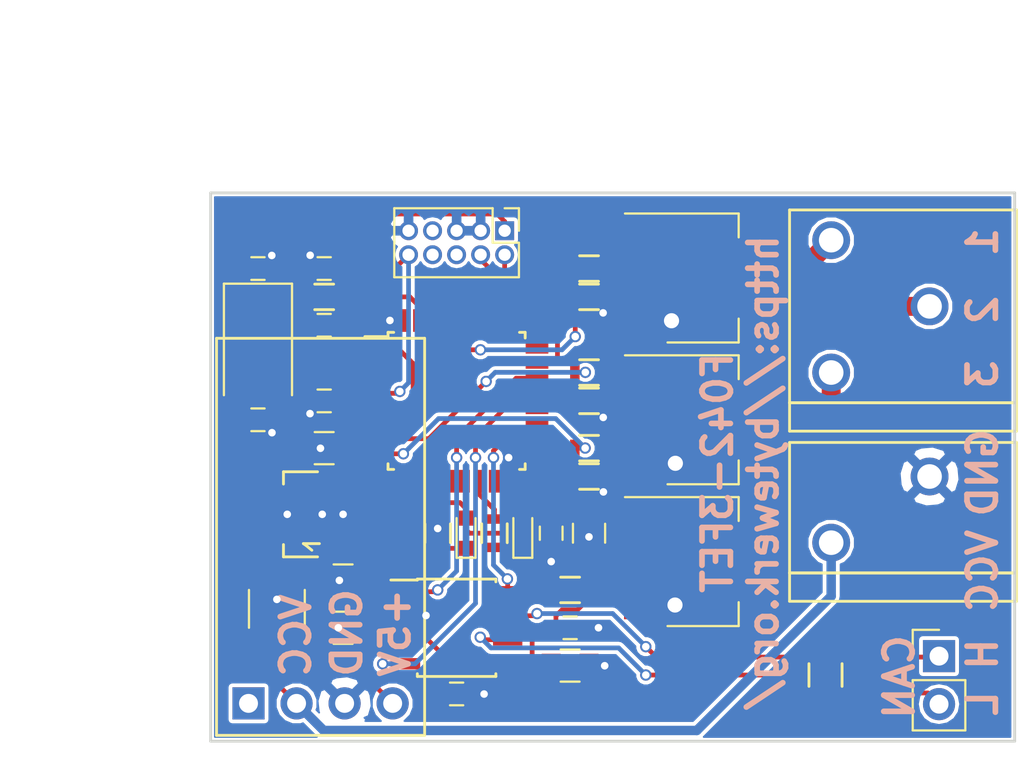
<source format=kicad_pcb>
(kicad_pcb (version 4) (host pcbnew 4.0.5-e0-6337~49~ubuntu16.04.1)

  (general
    (links 89)
    (no_connects 6)
    (area 104.924999 34.924999 147.575001 64.075001)
    (thickness 1.6)
    (drawings 18)
    (tracks 304)
    (zones 0)
    (modules 39)
    (nets 28)
  )

  (page A4)
  (layers
    (0 F.Cu signal)
    (31 B.Cu signal)
    (32 B.Adhes user)
    (33 F.Adhes user)
    (34 B.Paste user)
    (35 F.Paste user)
    (36 B.SilkS user)
    (37 F.SilkS user)
    (38 B.Mask user)
    (39 F.Mask user)
    (40 Dwgs.User user)
    (41 Cmts.User user)
    (42 Eco1.User user)
    (43 Eco2.User user)
    (44 Edge.Cuts user)
    (45 Margin user)
    (46 B.CrtYd user)
    (47 F.CrtYd user)
    (48 B.Fab user)
    (49 F.Fab user hide)
  )

  (setup
    (last_trace_width 0.25)
    (user_trace_width 0.5)
    (user_trace_width 1)
    (trace_clearance 0.2)
    (zone_clearance 0.508)
    (zone_45_only no)
    (trace_min 0.2)
    (segment_width 0.2)
    (edge_width 0.15)
    (via_size 0.6)
    (via_drill 0.4)
    (via_min_size 0.4)
    (via_min_drill 0.3)
    (user_via 1 0.8)
    (uvia_size 0.3)
    (uvia_drill 0.1)
    (uvias_allowed no)
    (uvia_min_size 0.2)
    (uvia_min_drill 0.1)
    (pcb_text_width 0.3)
    (pcb_text_size 1.5 1.5)
    (mod_edge_width 0.15)
    (mod_text_size 1 1)
    (mod_text_width 0.15)
    (pad_size 1.524 1.524)
    (pad_drill 0.762)
    (pad_to_mask_clearance 0.05)
    (aux_axis_origin 0 0)
    (visible_elements FFFFFF7F)
    (pcbplotparams
      (layerselection 0x00030_80000001)
      (usegerberextensions false)
      (excludeedgelayer true)
      (linewidth 0.100000)
      (plotframeref false)
      (viasonmask false)
      (mode 1)
      (useauxorigin false)
      (hpglpennumber 1)
      (hpglpenspeed 20)
      (hpglpendiameter 15)
      (hpglpenoverlay 2)
      (psnegative false)
      (psa4output false)
      (plotreference true)
      (plotvalue true)
      (plotinvisibletext false)
      (padsonsilk false)
      (subtractmaskfromsilk false)
      (outputformat 1)
      (mirror false)
      (drillshape 1)
      (scaleselection 1)
      (outputdirectory ""))
  )

  (net 0 "")
  (net 1 +12V)
  (net 2 GND)
  (net 3 +5V)
  (net 4 CAN_S)
  (net 5 "Net-(C5-Pad1)")
  (net 6 /STM32F0x2-LQFP32/NRST)
  (net 7 "Net-(C7-Pad1)")
  (net 8 "Net-(D1-Pad1)")
  (net 9 "Net-(D2-Pad1)")
  (net 10 /CAN_TRX/CAN_H)
  (net 11 /CAN_TRX/CAN_L)
  (net 12 OUT0)
  (net 13 OUT1)
  (net 14 OUT2)
  (net 15 "Net-(Q1-Pad1)")
  (net 16 "Net-(Q2-Pad1)")
  (net 17 "Net-(Q3-Pad1)")
  (net 18 USRLED)
  (net 19 OUT0_UC)
  (net 20 OUT1_UC)
  (net 21 OUT2_UC)
  (net 22 /STM32F0x2-LQFP32/BOOT0)
  (net 23 CAN_RXD)
  (net 24 CAN_TXD)
  (net 25 /STM32F0x2-LQFP32/SWDIO)
  (net 26 /STM32F0x2-LQFP32/SWCLK)
  (net 27 +3V3)

  (net_class Default "This is the default net class."
    (clearance 0.2)
    (trace_width 0.25)
    (via_dia 0.6)
    (via_drill 0.4)
    (uvia_dia 0.3)
    (uvia_drill 0.1)
    (add_net +12V)
    (add_net +3V3)
    (add_net +5V)
    (add_net /CAN_TRX/CAN_H)
    (add_net /CAN_TRX/CAN_L)
    (add_net /STM32F0x2-LQFP32/BOOT0)
    (add_net /STM32F0x2-LQFP32/NRST)
    (add_net /STM32F0x2-LQFP32/SWCLK)
    (add_net /STM32F0x2-LQFP32/SWDIO)
    (add_net CAN_RXD)
    (add_net CAN_S)
    (add_net CAN_TXD)
    (add_net GND)
    (add_net "Net-(C5-Pad1)")
    (add_net "Net-(C7-Pad1)")
    (add_net "Net-(D1-Pad1)")
    (add_net "Net-(D2-Pad1)")
    (add_net "Net-(Q1-Pad1)")
    (add_net "Net-(Q2-Pad1)")
    (add_net "Net-(Q3-Pad1)")
    (add_net OUT0)
    (add_net OUT0_UC)
    (add_net OUT1)
    (add_net OUT1_UC)
    (add_net OUT2)
    (add_net OUT2_UC)
    (add_net USRLED)
  )

  (module Capacitors_SMD:C_1210 (layer F.Cu) (tedit 588E6456) (tstamp 588E3D3D)
    (at 108.5 57 90)
    (descr "Capacitor SMD 1210, reflow soldering, AVX (see smccp.pdf)")
    (tags "capacitor 1210")
    (path /588EB915)
    (attr smd)
    (fp_text reference C1 (at 0 -0.1 90) (layer F.SilkS) hide
      (effects (font (size 1 1) (thickness 0.15)))
    )
    (fp_text value 10uF/25V (at 0 2.7 90) (layer F.Fab)
      (effects (font (size 1 1) (thickness 0.15)))
    )
    (fp_line (start -1.6 1.25) (end -1.6 -1.25) (layer F.Fab) (width 0.1))
    (fp_line (start 1.6 1.25) (end -1.6 1.25) (layer F.Fab) (width 0.1))
    (fp_line (start 1.6 -1.25) (end 1.6 1.25) (layer F.Fab) (width 0.1))
    (fp_line (start -1.6 -1.25) (end 1.6 -1.25) (layer F.Fab) (width 0.1))
    (fp_line (start -2.3 -1.6) (end 2.3 -1.6) (layer F.CrtYd) (width 0.05))
    (fp_line (start -2.3 1.6) (end 2.3 1.6) (layer F.CrtYd) (width 0.05))
    (fp_line (start -2.3 -1.6) (end -2.3 1.6) (layer F.CrtYd) (width 0.05))
    (fp_line (start 2.3 -1.6) (end 2.3 1.6) (layer F.CrtYd) (width 0.05))
    (fp_line (start 1 -1.475) (end -1 -1.475) (layer F.SilkS) (width 0.12))
    (fp_line (start -1 1.475) (end 1 1.475) (layer F.SilkS) (width 0.12))
    (pad 1 smd rect (at -1.5 0 90) (size 1 2.5) (layers F.Cu F.Paste F.Mask)
      (net 1 +12V))
    (pad 2 smd rect (at 1.5 0 90) (size 1 2.5) (layers F.Cu F.Paste F.Mask)
      (net 2 GND))
    (model Capacitors_SMD.3dshapes/C_1210.wrl
      (at (xyz 0 0 0))
      (scale (xyz 1 1 1))
      (rotate (xyz 0 0 0))
    )
  )

  (module Capacitors_SMD:C_0805 (layer F.Cu) (tedit 588E6403) (tstamp 588E3D43)
    (at 112 58 180)
    (descr "Capacitor SMD 0805, reflow soldering, AVX (see smccp.pdf)")
    (tags "capacitor 0805")
    (path /588EBD52)
    (attr smd)
    (fp_text reference C2 (at 0 0 180) (layer F.SilkS) hide
      (effects (font (size 1 1) (thickness 0.15)))
    )
    (fp_text value 10uF (at 0 2.1 180) (layer F.Fab)
      (effects (font (size 1 1) (thickness 0.15)))
    )
    (fp_line (start -1 0.625) (end -1 -0.625) (layer F.Fab) (width 0.1))
    (fp_line (start 1 0.625) (end -1 0.625) (layer F.Fab) (width 0.1))
    (fp_line (start 1 -0.625) (end 1 0.625) (layer F.Fab) (width 0.1))
    (fp_line (start -1 -0.625) (end 1 -0.625) (layer F.Fab) (width 0.1))
    (fp_line (start -1.8 -1) (end 1.8 -1) (layer F.CrtYd) (width 0.05))
    (fp_line (start -1.8 1) (end 1.8 1) (layer F.CrtYd) (width 0.05))
    (fp_line (start -1.8 -1) (end -1.8 1) (layer F.CrtYd) (width 0.05))
    (fp_line (start 1.8 -1) (end 1.8 1) (layer F.CrtYd) (width 0.05))
    (fp_line (start 0.5 -0.85) (end -0.5 -0.85) (layer F.SilkS) (width 0.12))
    (fp_line (start -0.5 0.85) (end 0.5 0.85) (layer F.SilkS) (width 0.12))
    (pad 1 smd rect (at -1 0 180) (size 1 1.25) (layers F.Cu F.Paste F.Mask)
      (net 3 +5V))
    (pad 2 smd rect (at 1 0 180) (size 1 1.25) (layers F.Cu F.Paste F.Mask)
      (net 2 GND))
    (model Capacitors_SMD.3dshapes/C_0805.wrl
      (at (xyz 0 0 0))
      (scale (xyz 1 1 1))
      (rotate (xyz 0 0 0))
    )
  )

  (module Capacitors_SMD:C_0805 (layer F.Cu) (tedit 588E63A8) (tstamp 588E3D49)
    (at 112 55.5 180)
    (descr "Capacitor SMD 0805, reflow soldering, AVX (see smccp.pdf)")
    (tags "capacitor 0805")
    (path /588ECECF)
    (attr smd)
    (fp_text reference C3 (at 0 -0.1 180) (layer F.SilkS) hide
      (effects (font (size 1 1) (thickness 0.15)))
    )
    (fp_text value 10uF (at 0 2.1 180) (layer F.Fab)
      (effects (font (size 1 1) (thickness 0.15)))
    )
    (fp_line (start -1 0.625) (end -1 -0.625) (layer F.Fab) (width 0.1))
    (fp_line (start 1 0.625) (end -1 0.625) (layer F.Fab) (width 0.1))
    (fp_line (start 1 -0.625) (end 1 0.625) (layer F.Fab) (width 0.1))
    (fp_line (start -1 -0.625) (end 1 -0.625) (layer F.Fab) (width 0.1))
    (fp_line (start -1.8 -1) (end 1.8 -1) (layer F.CrtYd) (width 0.05))
    (fp_line (start -1.8 1) (end 1.8 1) (layer F.CrtYd) (width 0.05))
    (fp_line (start -1.8 -1) (end -1.8 1) (layer F.CrtYd) (width 0.05))
    (fp_line (start 1.8 -1) (end 1.8 1) (layer F.CrtYd) (width 0.05))
    (fp_line (start 0.5 -0.85) (end -0.5 -0.85) (layer F.SilkS) (width 0.12))
    (fp_line (start -0.5 0.85) (end 0.5 0.85) (layer F.SilkS) (width 0.12))
    (pad 1 smd rect (at -1 0 180) (size 1 1.25) (layers F.Cu F.Paste F.Mask)
      (net 3 +5V))
    (pad 2 smd rect (at 1 0 180) (size 1 1.25) (layers F.Cu F.Paste F.Mask)
      (net 2 GND))
    (model Capacitors_SMD.3dshapes/C_0805.wrl
      (at (xyz 0 0 0))
      (scale (xyz 1 1 1))
      (rotate (xyz 0 0 0))
    )
  )

  (module Capacitors_SMD:C_0805 (layer F.Cu) (tedit 588E63F8) (tstamp 588E3D4F)
    (at 111 48.5 180)
    (descr "Capacitor SMD 0805, reflow soldering, AVX (see smccp.pdf)")
    (tags "capacitor 0805")
    (path /588ED001)
    (attr smd)
    (fp_text reference C4 (at 0 -0.1 180) (layer F.SilkS) hide
      (effects (font (size 1 1) (thickness 0.15)))
    )
    (fp_text value 10uF (at 0 2.1 180) (layer F.Fab)
      (effects (font (size 1 1) (thickness 0.15)))
    )
    (fp_line (start -1 0.625) (end -1 -0.625) (layer F.Fab) (width 0.1))
    (fp_line (start 1 0.625) (end -1 0.625) (layer F.Fab) (width 0.1))
    (fp_line (start 1 -0.625) (end 1 0.625) (layer F.Fab) (width 0.1))
    (fp_line (start -1 -0.625) (end 1 -0.625) (layer F.Fab) (width 0.1))
    (fp_line (start -1.8 -1) (end 1.8 -1) (layer F.CrtYd) (width 0.05))
    (fp_line (start -1.8 1) (end 1.8 1) (layer F.CrtYd) (width 0.05))
    (fp_line (start -1.8 -1) (end -1.8 1) (layer F.CrtYd) (width 0.05))
    (fp_line (start 1.8 -1) (end 1.8 1) (layer F.CrtYd) (width 0.05))
    (fp_line (start 0.5 -0.85) (end -0.5 -0.85) (layer F.SilkS) (width 0.12))
    (fp_line (start -0.5 0.85) (end 0.5 0.85) (layer F.SilkS) (width 0.12))
    (pad 1 smd rect (at -1 0 180) (size 1 1.25) (layers F.Cu F.Paste F.Mask)
      (net 27 +3V3))
    (pad 2 smd rect (at 1 0 180) (size 1 1.25) (layers F.Cu F.Paste F.Mask)
      (net 2 GND))
    (model Capacitors_SMD.3dshapes/C_0805.wrl
      (at (xyz 0 0 0))
      (scale (xyz 1 1 1))
      (rotate (xyz 0 0 0))
    )
  )

  (module Capacitors_SMD:C_0603 (layer F.Cu) (tedit 588E6439) (tstamp 588E3D55)
    (at 107.5 39)
    (descr "Capacitor SMD 0603, reflow soldering, AVX (see smccp.pdf)")
    (tags "capacitor 0603")
    (path /588DD214/588DD88F)
    (attr smd)
    (fp_text reference C5 (at 0 0) (layer F.SilkS) hide
      (effects (font (size 1 1) (thickness 0.15)))
    )
    (fp_text value 18pF (at 0 1.9) (layer F.Fab)
      (effects (font (size 1 1) (thickness 0.15)))
    )
    (fp_line (start -0.8 0.4) (end -0.8 -0.4) (layer F.Fab) (width 0.1))
    (fp_line (start 0.8 0.4) (end -0.8 0.4) (layer F.Fab) (width 0.1))
    (fp_line (start 0.8 -0.4) (end 0.8 0.4) (layer F.Fab) (width 0.1))
    (fp_line (start -0.8 -0.4) (end 0.8 -0.4) (layer F.Fab) (width 0.1))
    (fp_line (start -1.45 -0.75) (end 1.45 -0.75) (layer F.CrtYd) (width 0.05))
    (fp_line (start -1.45 0.75) (end 1.45 0.75) (layer F.CrtYd) (width 0.05))
    (fp_line (start -1.45 -0.75) (end -1.45 0.75) (layer F.CrtYd) (width 0.05))
    (fp_line (start 1.45 -0.75) (end 1.45 0.75) (layer F.CrtYd) (width 0.05))
    (fp_line (start -0.35 -0.6) (end 0.35 -0.6) (layer F.SilkS) (width 0.12))
    (fp_line (start 0.35 0.6) (end -0.35 0.6) (layer F.SilkS) (width 0.12))
    (pad 1 smd rect (at -0.75 0) (size 0.8 0.75) (layers F.Cu F.Paste F.Mask)
      (net 5 "Net-(C5-Pad1)"))
    (pad 2 smd rect (at 0.75 0) (size 0.8 0.75) (layers F.Cu F.Paste F.Mask)
      (net 2 GND))
    (model Capacitors_SMD.3dshapes/C_0603.wrl
      (at (xyz 0 0 0))
      (scale (xyz 1 1 1))
      (rotate (xyz 0 0 0))
    )
  )

  (module Capacitors_SMD:C_0603 (layer F.Cu) (tedit 588E6431) (tstamp 588E3D5B)
    (at 111 39 180)
    (descr "Capacitor SMD 0603, reflow soldering, AVX (see smccp.pdf)")
    (tags "capacitor 0603")
    (path /588DD214/588DD60A)
    (attr smd)
    (fp_text reference C6 (at 0 0 180) (layer F.SilkS) hide
      (effects (font (size 1 1) (thickness 0.15)))
    )
    (fp_text value 100nF (at 0 1.9 180) (layer F.Fab)
      (effects (font (size 1 1) (thickness 0.15)))
    )
    (fp_line (start -0.8 0.4) (end -0.8 -0.4) (layer F.Fab) (width 0.1))
    (fp_line (start 0.8 0.4) (end -0.8 0.4) (layer F.Fab) (width 0.1))
    (fp_line (start 0.8 -0.4) (end 0.8 0.4) (layer F.Fab) (width 0.1))
    (fp_line (start -0.8 -0.4) (end 0.8 -0.4) (layer F.Fab) (width 0.1))
    (fp_line (start -1.45 -0.75) (end 1.45 -0.75) (layer F.CrtYd) (width 0.05))
    (fp_line (start -1.45 0.75) (end 1.45 0.75) (layer F.CrtYd) (width 0.05))
    (fp_line (start -1.45 -0.75) (end -1.45 0.75) (layer F.CrtYd) (width 0.05))
    (fp_line (start 1.45 -0.75) (end 1.45 0.75) (layer F.CrtYd) (width 0.05))
    (fp_line (start -0.35 -0.6) (end 0.35 -0.6) (layer F.SilkS) (width 0.12))
    (fp_line (start 0.35 0.6) (end -0.35 0.6) (layer F.SilkS) (width 0.12))
    (pad 1 smd rect (at -0.75 0 180) (size 0.8 0.75) (layers F.Cu F.Paste F.Mask)
      (net 6 /STM32F0x2-LQFP32/NRST))
    (pad 2 smd rect (at 0.75 0 180) (size 0.8 0.75) (layers F.Cu F.Paste F.Mask)
      (net 2 GND))
    (model Capacitors_SMD.3dshapes/C_0603.wrl
      (at (xyz 0 0 0))
      (scale (xyz 1 1 1))
      (rotate (xyz 0 0 0))
    )
  )

  (module Capacitors_SMD:C_0603 (layer F.Cu) (tedit 588E6441) (tstamp 588E3D61)
    (at 107.5 47)
    (descr "Capacitor SMD 0603, reflow soldering, AVX (see smccp.pdf)")
    (tags "capacitor 0603")
    (path /588DD214/588DD8DB)
    (attr smd)
    (fp_text reference C7 (at 0 0) (layer F.SilkS) hide
      (effects (font (size 1 1) (thickness 0.15)))
    )
    (fp_text value 18pF (at 0 1.9) (layer F.Fab)
      (effects (font (size 1 1) (thickness 0.15)))
    )
    (fp_line (start -0.8 0.4) (end -0.8 -0.4) (layer F.Fab) (width 0.1))
    (fp_line (start 0.8 0.4) (end -0.8 0.4) (layer F.Fab) (width 0.1))
    (fp_line (start 0.8 -0.4) (end 0.8 0.4) (layer F.Fab) (width 0.1))
    (fp_line (start -0.8 -0.4) (end 0.8 -0.4) (layer F.Fab) (width 0.1))
    (fp_line (start -1.45 -0.75) (end 1.45 -0.75) (layer F.CrtYd) (width 0.05))
    (fp_line (start -1.45 0.75) (end 1.45 0.75) (layer F.CrtYd) (width 0.05))
    (fp_line (start -1.45 -0.75) (end -1.45 0.75) (layer F.CrtYd) (width 0.05))
    (fp_line (start 1.45 -0.75) (end 1.45 0.75) (layer F.CrtYd) (width 0.05))
    (fp_line (start -0.35 -0.6) (end 0.35 -0.6) (layer F.SilkS) (width 0.12))
    (fp_line (start 0.35 0.6) (end -0.35 0.6) (layer F.SilkS) (width 0.12))
    (pad 1 smd rect (at -0.75 0) (size 0.8 0.75) (layers F.Cu F.Paste F.Mask)
      (net 7 "Net-(C7-Pad1)"))
    (pad 2 smd rect (at 0.75 0) (size 0.8 0.75) (layers F.Cu F.Paste F.Mask)
      (net 2 GND))
    (model Capacitors_SMD.3dshapes/C_0603.wrl
      (at (xyz 0 0 0))
      (scale (xyz 1 1 1))
      (rotate (xyz 0 0 0))
    )
  )

  (module Capacitors_SMD:C_0603 (layer F.Cu) (tedit 588E6436) (tstamp 588E3D67)
    (at 111 42 180)
    (descr "Capacitor SMD 0603, reflow soldering, AVX (see smccp.pdf)")
    (tags "capacitor 0603")
    (path /588DD214/588DDF1B)
    (attr smd)
    (fp_text reference C8 (at 0 0 180) (layer F.SilkS) hide
      (effects (font (size 1 1) (thickness 0.15)))
    )
    (fp_text value 100nF (at 0 1.9 180) (layer F.Fab)
      (effects (font (size 1 1) (thickness 0.15)))
    )
    (fp_line (start -0.8 0.4) (end -0.8 -0.4) (layer F.Fab) (width 0.1))
    (fp_line (start 0.8 0.4) (end -0.8 0.4) (layer F.Fab) (width 0.1))
    (fp_line (start 0.8 -0.4) (end 0.8 0.4) (layer F.Fab) (width 0.1))
    (fp_line (start -0.8 -0.4) (end 0.8 -0.4) (layer F.Fab) (width 0.1))
    (fp_line (start -1.45 -0.75) (end 1.45 -0.75) (layer F.CrtYd) (width 0.05))
    (fp_line (start -1.45 0.75) (end 1.45 0.75) (layer F.CrtYd) (width 0.05))
    (fp_line (start -1.45 -0.75) (end -1.45 0.75) (layer F.CrtYd) (width 0.05))
    (fp_line (start 1.45 -0.75) (end 1.45 0.75) (layer F.CrtYd) (width 0.05))
    (fp_line (start -0.35 -0.6) (end 0.35 -0.6) (layer F.SilkS) (width 0.12))
    (fp_line (start 0.35 0.6) (end -0.35 0.6) (layer F.SilkS) (width 0.12))
    (pad 1 smd rect (at -0.75 0 180) (size 0.8 0.75) (layers F.Cu F.Paste F.Mask)
      (net 27 +3V3))
    (pad 2 smd rect (at 0.75 0 180) (size 0.8 0.75) (layers F.Cu F.Paste F.Mask)
      (net 2 GND))
    (model Capacitors_SMD.3dshapes/C_0603.wrl
      (at (xyz 0 0 0))
      (scale (xyz 1 1 1))
      (rotate (xyz 0 0 0))
    )
  )

  (module Capacitors_SMD:C_0603 (layer F.Cu) (tedit 588E63E5) (tstamp 588E3D6D)
    (at 111 46 180)
    (descr "Capacitor SMD 0603, reflow soldering, AVX (see smccp.pdf)")
    (tags "capacitor 0603")
    (path /588DD214/588DE1FA)
    (attr smd)
    (fp_text reference C9 (at 0 0 180) (layer F.SilkS) hide
      (effects (font (size 1 1) (thickness 0.15)))
    )
    (fp_text value 100nF (at 0 1.9 180) (layer F.Fab)
      (effects (font (size 1 1) (thickness 0.15)))
    )
    (fp_line (start -0.8 0.4) (end -0.8 -0.4) (layer F.Fab) (width 0.1))
    (fp_line (start 0.8 0.4) (end -0.8 0.4) (layer F.Fab) (width 0.1))
    (fp_line (start 0.8 -0.4) (end 0.8 0.4) (layer F.Fab) (width 0.1))
    (fp_line (start -0.8 -0.4) (end 0.8 -0.4) (layer F.Fab) (width 0.1))
    (fp_line (start -1.45 -0.75) (end 1.45 -0.75) (layer F.CrtYd) (width 0.05))
    (fp_line (start -1.45 0.75) (end 1.45 0.75) (layer F.CrtYd) (width 0.05))
    (fp_line (start -1.45 -0.75) (end -1.45 0.75) (layer F.CrtYd) (width 0.05))
    (fp_line (start 1.45 -0.75) (end 1.45 0.75) (layer F.CrtYd) (width 0.05))
    (fp_line (start -0.35 -0.6) (end 0.35 -0.6) (layer F.SilkS) (width 0.12))
    (fp_line (start 0.35 0.6) (end -0.35 0.6) (layer F.SilkS) (width 0.12))
    (pad 1 smd rect (at -0.75 0 180) (size 0.8 0.75) (layers F.Cu F.Paste F.Mask)
      (net 27 +3V3))
    (pad 2 smd rect (at 0.75 0 180) (size 0.8 0.75) (layers F.Cu F.Paste F.Mask)
      (net 2 GND))
    (model Capacitors_SMD.3dshapes/C_0603.wrl
      (at (xyz 0 0 0))
      (scale (xyz 1 1 1))
      (rotate (xyz 0 0 0))
    )
  )

  (module Capacitors_SMD:C_0603 (layer F.Cu) (tedit 588E64CD) (tstamp 588E3D73)
    (at 123 53 270)
    (descr "Capacitor SMD 0603, reflow soldering, AVX (see smccp.pdf)")
    (tags "capacitor 0603")
    (path /588DD214/588DE264)
    (attr smd)
    (fp_text reference C10 (at 0 0 270) (layer F.SilkS) hide
      (effects (font (size 1 1) (thickness 0.15)))
    )
    (fp_text value 100nF (at 0 1.9 270) (layer F.Fab)
      (effects (font (size 1 1) (thickness 0.15)))
    )
    (fp_line (start -0.8 0.4) (end -0.8 -0.4) (layer F.Fab) (width 0.1))
    (fp_line (start 0.8 0.4) (end -0.8 0.4) (layer F.Fab) (width 0.1))
    (fp_line (start 0.8 -0.4) (end 0.8 0.4) (layer F.Fab) (width 0.1))
    (fp_line (start -0.8 -0.4) (end 0.8 -0.4) (layer F.Fab) (width 0.1))
    (fp_line (start -1.45 -0.75) (end 1.45 -0.75) (layer F.CrtYd) (width 0.05))
    (fp_line (start -1.45 0.75) (end 1.45 0.75) (layer F.CrtYd) (width 0.05))
    (fp_line (start -1.45 -0.75) (end -1.45 0.75) (layer F.CrtYd) (width 0.05))
    (fp_line (start 1.45 -0.75) (end 1.45 0.75) (layer F.CrtYd) (width 0.05))
    (fp_line (start -0.35 -0.6) (end 0.35 -0.6) (layer F.SilkS) (width 0.12))
    (fp_line (start 0.35 0.6) (end -0.35 0.6) (layer F.SilkS) (width 0.12))
    (pad 1 smd rect (at -0.75 0 270) (size 0.8 0.75) (layers F.Cu F.Paste F.Mask)
      (net 27 +3V3))
    (pad 2 smd rect (at 0.75 0 270) (size 0.8 0.75) (layers F.Cu F.Paste F.Mask)
      (net 2 GND))
    (model Capacitors_SMD.3dshapes/C_0603.wrl
      (at (xyz 0 0 0))
      (scale (xyz 1 1 1))
      (rotate (xyz 0 0 0))
    )
  )

  (module Capacitors_SMD:C_0805 (layer F.Cu) (tedit 588E64FD) (tstamp 588E3D79)
    (at 125 53 270)
    (descr "Capacitor SMD 0805, reflow soldering, AVX (see smccp.pdf)")
    (tags "capacitor 0805")
    (path /588DD214/588DE276)
    (attr smd)
    (fp_text reference C11 (at 0 0 270) (layer F.SilkS) hide
      (effects (font (size 1 1) (thickness 0.15)))
    )
    (fp_text value 10uF (at 0 2.1 270) (layer F.Fab)
      (effects (font (size 1 1) (thickness 0.15)))
    )
    (fp_line (start -1 0.625) (end -1 -0.625) (layer F.Fab) (width 0.1))
    (fp_line (start 1 0.625) (end -1 0.625) (layer F.Fab) (width 0.1))
    (fp_line (start 1 -0.625) (end 1 0.625) (layer F.Fab) (width 0.1))
    (fp_line (start -1 -0.625) (end 1 -0.625) (layer F.Fab) (width 0.1))
    (fp_line (start -1.8 -1) (end 1.8 -1) (layer F.CrtYd) (width 0.05))
    (fp_line (start -1.8 1) (end 1.8 1) (layer F.CrtYd) (width 0.05))
    (fp_line (start -1.8 -1) (end -1.8 1) (layer F.CrtYd) (width 0.05))
    (fp_line (start 1.8 -1) (end 1.8 1) (layer F.CrtYd) (width 0.05))
    (fp_line (start 0.5 -0.85) (end -0.5 -0.85) (layer F.SilkS) (width 0.12))
    (fp_line (start -0.5 0.85) (end 0.5 0.85) (layer F.SilkS) (width 0.12))
    (pad 1 smd rect (at -1 0 270) (size 1 1.25) (layers F.Cu F.Paste F.Mask)
      (net 27 +3V3))
    (pad 2 smd rect (at 1 0 270) (size 1 1.25) (layers F.Cu F.Paste F.Mask)
      (net 2 GND))
    (model Capacitors_SMD.3dshapes/C_0805.wrl
      (at (xyz 0 0 0))
      (scale (xyz 1 1 1))
      (rotate (xyz 0 0 0))
    )
  )

  (module Capacitors_SMD:C_0603 (layer F.Cu) (tedit 588E64E5) (tstamp 588E3D7F)
    (at 124 58)
    (descr "Capacitor SMD 0603, reflow soldering, AVX (see smccp.pdf)")
    (tags "capacitor 0603")
    (path /588E38C6/588E3BAD)
    (attr smd)
    (fp_text reference C12 (at 0 0) (layer F.SilkS) hide
      (effects (font (size 1 1) (thickness 0.15)))
    )
    (fp_text value 100nF (at 0 1.9) (layer F.Fab)
      (effects (font (size 1 1) (thickness 0.15)))
    )
    (fp_line (start -0.8 0.4) (end -0.8 -0.4) (layer F.Fab) (width 0.1))
    (fp_line (start 0.8 0.4) (end -0.8 0.4) (layer F.Fab) (width 0.1))
    (fp_line (start 0.8 -0.4) (end 0.8 0.4) (layer F.Fab) (width 0.1))
    (fp_line (start -0.8 -0.4) (end 0.8 -0.4) (layer F.Fab) (width 0.1))
    (fp_line (start -1.45 -0.75) (end 1.45 -0.75) (layer F.CrtYd) (width 0.05))
    (fp_line (start -1.45 0.75) (end 1.45 0.75) (layer F.CrtYd) (width 0.05))
    (fp_line (start -1.45 -0.75) (end -1.45 0.75) (layer F.CrtYd) (width 0.05))
    (fp_line (start 1.45 -0.75) (end 1.45 0.75) (layer F.CrtYd) (width 0.05))
    (fp_line (start -0.35 -0.6) (end 0.35 -0.6) (layer F.SilkS) (width 0.12))
    (fp_line (start 0.35 0.6) (end -0.35 0.6) (layer F.SilkS) (width 0.12))
    (pad 1 smd rect (at -0.75 0) (size 0.8 0.75) (layers F.Cu F.Paste F.Mask)
      (net 27 +3V3))
    (pad 2 smd rect (at 0.75 0) (size 0.8 0.75) (layers F.Cu F.Paste F.Mask)
      (net 2 GND))
    (model Capacitors_SMD.3dshapes/C_0603.wrl
      (at (xyz 0 0 0))
      (scale (xyz 1 1 1))
      (rotate (xyz 0 0 0))
    )
  )

  (module Capacitors_SMD:C_0603 (layer F.Cu) (tedit 588E64F5) (tstamp 588E3D85)
    (at 118 61.5)
    (descr "Capacitor SMD 0603, reflow soldering, AVX (see smccp.pdf)")
    (tags "capacitor 0603")
    (path /588E38C6/588E3C69)
    (attr smd)
    (fp_text reference C13 (at 0 0.1) (layer F.SilkS) hide
      (effects (font (size 1 1) (thickness 0.15)))
    )
    (fp_text value 100nF (at 0 1.9) (layer F.Fab)
      (effects (font (size 1 1) (thickness 0.15)))
    )
    (fp_line (start -0.8 0.4) (end -0.8 -0.4) (layer F.Fab) (width 0.1))
    (fp_line (start 0.8 0.4) (end -0.8 0.4) (layer F.Fab) (width 0.1))
    (fp_line (start 0.8 -0.4) (end 0.8 0.4) (layer F.Fab) (width 0.1))
    (fp_line (start -0.8 -0.4) (end 0.8 -0.4) (layer F.Fab) (width 0.1))
    (fp_line (start -1.45 -0.75) (end 1.45 -0.75) (layer F.CrtYd) (width 0.05))
    (fp_line (start -1.45 0.75) (end 1.45 0.75) (layer F.CrtYd) (width 0.05))
    (fp_line (start -1.45 -0.75) (end -1.45 0.75) (layer F.CrtYd) (width 0.05))
    (fp_line (start 1.45 -0.75) (end 1.45 0.75) (layer F.CrtYd) (width 0.05))
    (fp_line (start -0.35 -0.6) (end 0.35 -0.6) (layer F.SilkS) (width 0.12))
    (fp_line (start 0.35 0.6) (end -0.35 0.6) (layer F.SilkS) (width 0.12))
    (pad 1 smd rect (at -0.75 0) (size 0.8 0.75) (layers F.Cu F.Paste F.Mask)
      (net 3 +5V))
    (pad 2 smd rect (at 0.75 0) (size 0.8 0.75) (layers F.Cu F.Paste F.Mask)
      (net 2 GND))
    (model Capacitors_SMD.3dshapes/C_0603.wrl
      (at (xyz 0 0 0))
      (scale (xyz 1 1 1))
      (rotate (xyz 0 0 0))
    )
  )

  (module Capacitors_SMD:C_0805 (layer F.Cu) (tedit 588E64E2) (tstamp 588E3D8B)
    (at 124 60)
    (descr "Capacitor SMD 0805, reflow soldering, AVX (see smccp.pdf)")
    (tags "capacitor 0805")
    (path /588E38C6/588E3CB6)
    (attr smd)
    (fp_text reference C14 (at 0 0) (layer F.SilkS) hide
      (effects (font (size 1 1) (thickness 0.15)))
    )
    (fp_text value 1uF (at 0 2.1) (layer F.Fab)
      (effects (font (size 1 1) (thickness 0.15)))
    )
    (fp_line (start -1 0.625) (end -1 -0.625) (layer F.Fab) (width 0.1))
    (fp_line (start 1 0.625) (end -1 0.625) (layer F.Fab) (width 0.1))
    (fp_line (start 1 -0.625) (end 1 0.625) (layer F.Fab) (width 0.1))
    (fp_line (start -1 -0.625) (end 1 -0.625) (layer F.Fab) (width 0.1))
    (fp_line (start -1.8 -1) (end 1.8 -1) (layer F.CrtYd) (width 0.05))
    (fp_line (start -1.8 1) (end 1.8 1) (layer F.CrtYd) (width 0.05))
    (fp_line (start -1.8 -1) (end -1.8 1) (layer F.CrtYd) (width 0.05))
    (fp_line (start 1.8 -1) (end 1.8 1) (layer F.CrtYd) (width 0.05))
    (fp_line (start 0.5 -0.85) (end -0.5 -0.85) (layer F.SilkS) (width 0.12))
    (fp_line (start -0.5 0.85) (end 0.5 0.85) (layer F.SilkS) (width 0.12))
    (pad 1 smd rect (at -1 0) (size 1 1.25) (layers F.Cu F.Paste F.Mask)
      (net 3 +5V))
    (pad 2 smd rect (at 1 0) (size 1 1.25) (layers F.Cu F.Paste F.Mask)
      (net 2 GND))
    (model Capacitors_SMD.3dshapes/C_0805.wrl
      (at (xyz 0 0 0))
      (scale (xyz 1 1 1))
      (rotate (xyz 0 0 0))
    )
  )

  (module LEDs:LED_0603 (layer F.Cu) (tedit 588E64C1) (tstamp 588E3D91)
    (at 118.5 53 90)
    (descr "LED 0603 smd package")
    (tags "LED led 0603 SMD smd SMT smt smdled SMDLED smtled SMTLED")
    (path /588EEAF5)
    (attr smd)
    (fp_text reference D1 (at 0 -0.1 90) (layer F.SilkS) hide
      (effects (font (size 1 1) (thickness 0.15)))
    )
    (fp_text value green (at 0 1.35 90) (layer F.Fab)
      (effects (font (size 1 1) (thickness 0.15)))
    )
    (fp_line (start -1.3 -0.5) (end -1.3 0.5) (layer F.SilkS) (width 0.12))
    (fp_line (start -0.2 -0.2) (end -0.2 0.2) (layer F.Fab) (width 0.1))
    (fp_line (start -0.15 0) (end 0.15 -0.2) (layer F.Fab) (width 0.1))
    (fp_line (start 0.15 0.2) (end -0.15 0) (layer F.Fab) (width 0.1))
    (fp_line (start 0.15 -0.2) (end 0.15 0.2) (layer F.Fab) (width 0.1))
    (fp_line (start 0.8 0.4) (end -0.8 0.4) (layer F.Fab) (width 0.1))
    (fp_line (start 0.8 -0.4) (end 0.8 0.4) (layer F.Fab) (width 0.1))
    (fp_line (start -0.8 -0.4) (end 0.8 -0.4) (layer F.Fab) (width 0.1))
    (fp_line (start -0.8 0.4) (end -0.8 -0.4) (layer F.Fab) (width 0.1))
    (fp_line (start -1.3 0.5) (end 0.8 0.5) (layer F.SilkS) (width 0.12))
    (fp_line (start -1.3 -0.5) (end 0.8 -0.5) (layer F.SilkS) (width 0.12))
    (fp_line (start 1.45 -0.65) (end 1.45 0.65) (layer F.CrtYd) (width 0.05))
    (fp_line (start 1.45 0.65) (end -1.45 0.65) (layer F.CrtYd) (width 0.05))
    (fp_line (start -1.45 0.65) (end -1.45 -0.65) (layer F.CrtYd) (width 0.05))
    (fp_line (start -1.45 -0.65) (end 1.45 -0.65) (layer F.CrtYd) (width 0.05))
    (pad 2 smd rect (at 0.8 0 270) (size 0.8 0.8) (layers F.Cu F.Paste F.Mask)
      (net 27 +3V3))
    (pad 1 smd rect (at -0.8 0 270) (size 0.8 0.8) (layers F.Cu F.Paste F.Mask)
      (net 8 "Net-(D1-Pad1)"))
    (model LEDs.3dshapes/LED_0603.wrl
      (at (xyz 0 0 0))
      (scale (xyz 1 1 1))
      (rotate (xyz 0 0 180))
    )
  )

  (module LEDs:LED_0603 (layer F.Cu) (tedit 588E64C5) (tstamp 588E3D97)
    (at 121.5 53 90)
    (descr "LED 0603 smd package")
    (tags "LED led 0603 SMD smd SMT smt smdled SMDLED smtled SMTLED")
    (path /588FB17D)
    (attr smd)
    (fp_text reference D2 (at 0 -0.1 90) (layer F.SilkS) hide
      (effects (font (size 1 1) (thickness 0.15)))
    )
    (fp_text value red (at 0 1.35 90) (layer F.Fab)
      (effects (font (size 1 1) (thickness 0.15)))
    )
    (fp_line (start -1.3 -0.5) (end -1.3 0.5) (layer F.SilkS) (width 0.12))
    (fp_line (start -0.2 -0.2) (end -0.2 0.2) (layer F.Fab) (width 0.1))
    (fp_line (start -0.15 0) (end 0.15 -0.2) (layer F.Fab) (width 0.1))
    (fp_line (start 0.15 0.2) (end -0.15 0) (layer F.Fab) (width 0.1))
    (fp_line (start 0.15 -0.2) (end 0.15 0.2) (layer F.Fab) (width 0.1))
    (fp_line (start 0.8 0.4) (end -0.8 0.4) (layer F.Fab) (width 0.1))
    (fp_line (start 0.8 -0.4) (end 0.8 0.4) (layer F.Fab) (width 0.1))
    (fp_line (start -0.8 -0.4) (end 0.8 -0.4) (layer F.Fab) (width 0.1))
    (fp_line (start -0.8 0.4) (end -0.8 -0.4) (layer F.Fab) (width 0.1))
    (fp_line (start -1.3 0.5) (end 0.8 0.5) (layer F.SilkS) (width 0.12))
    (fp_line (start -1.3 -0.5) (end 0.8 -0.5) (layer F.SilkS) (width 0.12))
    (fp_line (start 1.45 -0.65) (end 1.45 0.65) (layer F.CrtYd) (width 0.05))
    (fp_line (start 1.45 0.65) (end -1.45 0.65) (layer F.CrtYd) (width 0.05))
    (fp_line (start -1.45 0.65) (end -1.45 -0.65) (layer F.CrtYd) (width 0.05))
    (fp_line (start -1.45 -0.65) (end 1.45 -0.65) (layer F.CrtYd) (width 0.05))
    (pad 2 smd rect (at 0.8 0 270) (size 0.8 0.8) (layers F.Cu F.Paste F.Mask)
      (net 27 +3V3))
    (pad 1 smd rect (at -0.8 0 270) (size 0.8 0.8) (layers F.Cu F.Paste F.Mask)
      (net 9 "Net-(D2-Pad1)"))
    (model LEDs.3dshapes/LED_0603.wrl
      (at (xyz 0 0 0))
      (scale (xyz 1 1 1))
      (rotate (xyz 0 0 180))
    )
  )

  (module Pin_Headers:Pin_Header_Straight_1x02_Pitch2.54mm (layer F.Cu) (tedit 588E6524) (tstamp 588E3D9D)
    (at 143.5 59.5)
    (descr "Through hole straight pin header, 1x02, 2.54mm pitch, single row")
    (tags "Through hole pin header THT 1x02 2.54mm single row")
    (path /588F16CB)
    (fp_text reference P1 (at 2.1 1.3 90) (layer F.SilkS) hide
      (effects (font (size 1 1) (thickness 0.15)))
    )
    (fp_text value CONN_01X02 (at 0 4.93) (layer F.Fab)
      (effects (font (size 1 1) (thickness 0.15)))
    )
    (fp_line (start -1.27 -1.27) (end -1.27 3.81) (layer F.Fab) (width 0.1))
    (fp_line (start -1.27 3.81) (end 1.27 3.81) (layer F.Fab) (width 0.1))
    (fp_line (start 1.27 3.81) (end 1.27 -1.27) (layer F.Fab) (width 0.1))
    (fp_line (start 1.27 -1.27) (end -1.27 -1.27) (layer F.Fab) (width 0.1))
    (fp_line (start -1.39 1.27) (end -1.39 3.93) (layer F.SilkS) (width 0.12))
    (fp_line (start -1.39 3.93) (end 1.39 3.93) (layer F.SilkS) (width 0.12))
    (fp_line (start 1.39 3.93) (end 1.39 1.27) (layer F.SilkS) (width 0.12))
    (fp_line (start 1.39 1.27) (end -1.39 1.27) (layer F.SilkS) (width 0.12))
    (fp_line (start -1.39 0) (end -1.39 -1.39) (layer F.SilkS) (width 0.12))
    (fp_line (start -1.39 -1.39) (end 0 -1.39) (layer F.SilkS) (width 0.12))
    (fp_line (start -1.6 -1.6) (end -1.6 4.1) (layer F.CrtYd) (width 0.05))
    (fp_line (start -1.6 4.1) (end 1.6 4.1) (layer F.CrtYd) (width 0.05))
    (fp_line (start 1.6 4.1) (end 1.6 -1.6) (layer F.CrtYd) (width 0.05))
    (fp_line (start 1.6 -1.6) (end -1.6 -1.6) (layer F.CrtYd) (width 0.05))
    (pad 1 thru_hole rect (at 0 0) (size 1.7 1.7) (drill 1) (layers *.Cu *.Mask)
      (net 10 /CAN_TRX/CAN_H))
    (pad 2 thru_hole oval (at 0 2.54) (size 1.7 1.7) (drill 1) (layers *.Cu *.Mask)
      (net 11 /CAN_TRX/CAN_L))
    (model Pin_Headers.3dshapes/Pin_Header_Straight_1x02_Pitch2.54mm.wrl
      (at (xyz 0 -0.05 0))
      (scale (xyz 1 1 1))
      (rotate (xyz 0 0 90))
    )
  )

  (module TO_SOT_Packages_SMD:SOT-223 (layer F.Cu) (tedit 588E6514) (tstamp 588E3DB2)
    (at 131 39.5)
    (descr "module CMS SOT223 4 pins")
    (tags "CMS SOT")
    (path /588E4608)
    (attr smd)
    (fp_text reference Q1 (at 0 -0.1) (layer F.SilkS) hide
      (effects (font (size 1 1) (thickness 0.15)))
    )
    (fp_text value Q_NMOS_GDSD (at 0 4.5) (layer F.Fab)
      (effects (font (size 1 1) (thickness 0.15)))
    )
    (fp_line (start 1.91 3.41) (end 1.91 2.15) (layer F.SilkS) (width 0.12))
    (fp_line (start 1.91 -3.41) (end 1.91 -2.15) (layer F.SilkS) (width 0.12))
    (fp_line (start 4.4 -3.6) (end -4.4 -3.6) (layer F.CrtYd) (width 0.05))
    (fp_line (start 4.4 3.6) (end 4.4 -3.6) (layer F.CrtYd) (width 0.05))
    (fp_line (start -4.4 3.6) (end 4.4 3.6) (layer F.CrtYd) (width 0.05))
    (fp_line (start -4.4 -3.6) (end -4.4 3.6) (layer F.CrtYd) (width 0.05))
    (fp_line (start -1.85 -2.35) (end -0.85 -3.35) (layer F.Fab) (width 0.1))
    (fp_line (start -1.85 -2.35) (end -1.85 3.35) (layer F.Fab) (width 0.1))
    (fp_line (start -1.85 3.41) (end 1.91 3.41) (layer F.SilkS) (width 0.12))
    (fp_line (start -0.85 -3.35) (end 1.85 -3.35) (layer F.Fab) (width 0.1))
    (fp_line (start -4.1 -3.41) (end 1.91 -3.41) (layer F.SilkS) (width 0.12))
    (fp_line (start -1.85 3.35) (end 1.85 3.35) (layer F.Fab) (width 0.1))
    (fp_line (start 1.85 -3.35) (end 1.85 3.35) (layer F.Fab) (width 0.1))
    (pad 4 smd rect (at 3.15 0) (size 2 3.8) (layers F.Cu F.Paste F.Mask)
      (net 12 OUT0))
    (pad 2 smd rect (at -3.15 0) (size 2 1.5) (layers F.Cu F.Paste F.Mask)
      (net 12 OUT0))
    (pad 3 smd rect (at -3.15 2.3) (size 2 1.5) (layers F.Cu F.Paste F.Mask)
      (net 2 GND))
    (pad 1 smd rect (at -3.15 -2.3) (size 2 1.5) (layers F.Cu F.Paste F.Mask)
      (net 15 "Net-(Q1-Pad1)"))
    (model TO_SOT_Packages_SMD.3dshapes/SOT-223.wrl
      (at (xyz 0 0 0))
      (scale (xyz 0.4 0.4 0.4))
      (rotate (xyz 0 0 90))
    )
  )

  (module TO_SOT_Packages_SMD:SOT-223 (layer F.Cu) (tedit 588E6511) (tstamp 588E3DBA)
    (at 131 47)
    (descr "module CMS SOT223 4 pins")
    (tags "CMS SOT")
    (path /588E49BF)
    (attr smd)
    (fp_text reference Q2 (at 0 0) (layer F.SilkS) hide
      (effects (font (size 1 1) (thickness 0.15)))
    )
    (fp_text value Q_NMOS_GDSD (at 0 4.5) (layer F.Fab)
      (effects (font (size 1 1) (thickness 0.15)))
    )
    (fp_line (start 1.91 3.41) (end 1.91 2.15) (layer F.SilkS) (width 0.12))
    (fp_line (start 1.91 -3.41) (end 1.91 -2.15) (layer F.SilkS) (width 0.12))
    (fp_line (start 4.4 -3.6) (end -4.4 -3.6) (layer F.CrtYd) (width 0.05))
    (fp_line (start 4.4 3.6) (end 4.4 -3.6) (layer F.CrtYd) (width 0.05))
    (fp_line (start -4.4 3.6) (end 4.4 3.6) (layer F.CrtYd) (width 0.05))
    (fp_line (start -4.4 -3.6) (end -4.4 3.6) (layer F.CrtYd) (width 0.05))
    (fp_line (start -1.85 -2.35) (end -0.85 -3.35) (layer F.Fab) (width 0.1))
    (fp_line (start -1.85 -2.35) (end -1.85 3.35) (layer F.Fab) (width 0.1))
    (fp_line (start -1.85 3.41) (end 1.91 3.41) (layer F.SilkS) (width 0.12))
    (fp_line (start -0.85 -3.35) (end 1.85 -3.35) (layer F.Fab) (width 0.1))
    (fp_line (start -4.1 -3.41) (end 1.91 -3.41) (layer F.SilkS) (width 0.12))
    (fp_line (start -1.85 3.35) (end 1.85 3.35) (layer F.Fab) (width 0.1))
    (fp_line (start 1.85 -3.35) (end 1.85 3.35) (layer F.Fab) (width 0.1))
    (pad 4 smd rect (at 3.15 0) (size 2 3.8) (layers F.Cu F.Paste F.Mask)
      (net 13 OUT1))
    (pad 2 smd rect (at -3.15 0) (size 2 1.5) (layers F.Cu F.Paste F.Mask)
      (net 13 OUT1))
    (pad 3 smd rect (at -3.15 2.3) (size 2 1.5) (layers F.Cu F.Paste F.Mask)
      (net 2 GND))
    (pad 1 smd rect (at -3.15 -2.3) (size 2 1.5) (layers F.Cu F.Paste F.Mask)
      (net 16 "Net-(Q2-Pad1)"))
    (model TO_SOT_Packages_SMD.3dshapes/SOT-223.wrl
      (at (xyz 0 0 0))
      (scale (xyz 0.4 0.4 0.4))
      (rotate (xyz 0 0 90))
    )
  )

  (module TO_SOT_Packages_SMD:SOT-223 (layer F.Cu) (tedit 588E650F) (tstamp 588E3DC2)
    (at 131 54.5)
    (descr "module CMS SOT223 4 pins")
    (tags "CMS SOT")
    (path /588E4AF4)
    (attr smd)
    (fp_text reference Q3 (at 0.2 -0.1) (layer F.SilkS) hide
      (effects (font (size 1 1) (thickness 0.15)))
    )
    (fp_text value Q_NMOS_GDSD (at 0 4.5) (layer F.Fab)
      (effects (font (size 1 1) (thickness 0.15)))
    )
    (fp_line (start 1.91 3.41) (end 1.91 2.15) (layer F.SilkS) (width 0.12))
    (fp_line (start 1.91 -3.41) (end 1.91 -2.15) (layer F.SilkS) (width 0.12))
    (fp_line (start 4.4 -3.6) (end -4.4 -3.6) (layer F.CrtYd) (width 0.05))
    (fp_line (start 4.4 3.6) (end 4.4 -3.6) (layer F.CrtYd) (width 0.05))
    (fp_line (start -4.4 3.6) (end 4.4 3.6) (layer F.CrtYd) (width 0.05))
    (fp_line (start -4.4 -3.6) (end -4.4 3.6) (layer F.CrtYd) (width 0.05))
    (fp_line (start -1.85 -2.35) (end -0.85 -3.35) (layer F.Fab) (width 0.1))
    (fp_line (start -1.85 -2.35) (end -1.85 3.35) (layer F.Fab) (width 0.1))
    (fp_line (start -1.85 3.41) (end 1.91 3.41) (layer F.SilkS) (width 0.12))
    (fp_line (start -0.85 -3.35) (end 1.85 -3.35) (layer F.Fab) (width 0.1))
    (fp_line (start -4.1 -3.41) (end 1.91 -3.41) (layer F.SilkS) (width 0.12))
    (fp_line (start -1.85 3.35) (end 1.85 3.35) (layer F.Fab) (width 0.1))
    (fp_line (start 1.85 -3.35) (end 1.85 3.35) (layer F.Fab) (width 0.1))
    (pad 4 smd rect (at 3.15 0) (size 2 3.8) (layers F.Cu F.Paste F.Mask)
      (net 14 OUT2))
    (pad 2 smd rect (at -3.15 0) (size 2 1.5) (layers F.Cu F.Paste F.Mask)
      (net 14 OUT2))
    (pad 3 smd rect (at -3.15 2.3) (size 2 1.5) (layers F.Cu F.Paste F.Mask)
      (net 2 GND))
    (pad 1 smd rect (at -3.15 -2.3) (size 2 1.5) (layers F.Cu F.Paste F.Mask)
      (net 17 "Net-(Q3-Pad1)"))
    (model TO_SOT_Packages_SMD.3dshapes/SOT-223.wrl
      (at (xyz 0 0 0))
      (scale (xyz 0.4 0.4 0.4))
      (rotate (xyz 0 0 90))
    )
  )

  (module Resistors_SMD:R_0603 (layer F.Cu) (tedit 588E64BF) (tstamp 588E3DC8)
    (at 117 53 90)
    (descr "Resistor SMD 0603, reflow soldering, Vishay (see dcrcw.pdf)")
    (tags "resistor 0603")
    (path /588EF056)
    (attr smd)
    (fp_text reference R1 (at 0 0 90) (layer F.SilkS) hide
      (effects (font (size 1 1) (thickness 0.15)))
    )
    (fp_text value 1K (at 0 1.9 90) (layer F.Fab)
      (effects (font (size 1 1) (thickness 0.15)))
    )
    (fp_line (start -0.8 0.4) (end -0.8 -0.4) (layer F.Fab) (width 0.1))
    (fp_line (start 0.8 0.4) (end -0.8 0.4) (layer F.Fab) (width 0.1))
    (fp_line (start 0.8 -0.4) (end 0.8 0.4) (layer F.Fab) (width 0.1))
    (fp_line (start -0.8 -0.4) (end 0.8 -0.4) (layer F.Fab) (width 0.1))
    (fp_line (start -1.3 -0.8) (end 1.3 -0.8) (layer F.CrtYd) (width 0.05))
    (fp_line (start -1.3 0.8) (end 1.3 0.8) (layer F.CrtYd) (width 0.05))
    (fp_line (start -1.3 -0.8) (end -1.3 0.8) (layer F.CrtYd) (width 0.05))
    (fp_line (start 1.3 -0.8) (end 1.3 0.8) (layer F.CrtYd) (width 0.05))
    (fp_line (start 0.5 0.675) (end -0.5 0.675) (layer F.SilkS) (width 0.15))
    (fp_line (start -0.5 -0.675) (end 0.5 -0.675) (layer F.SilkS) (width 0.15))
    (pad 1 smd rect (at -0.75 0 90) (size 0.5 0.9) (layers F.Cu F.Paste F.Mask)
      (net 8 "Net-(D1-Pad1)"))
    (pad 2 smd rect (at 0.75 0 90) (size 0.5 0.9) (layers F.Cu F.Paste F.Mask)
      (net 2 GND))
    (model Resistors_SMD.3dshapes/R_0603.wrl
      (at (xyz 0 0 0))
      (scale (xyz 1 1 1))
      (rotate (xyz 0 0 0))
    )
  )

  (module Resistors_SMD:R_0603 (layer F.Cu) (tedit 588E64C3) (tstamp 588E3DCE)
    (at 120 53 90)
    (descr "Resistor SMD 0603, reflow soldering, Vishay (see dcrcw.pdf)")
    (tags "resistor 0603")
    (path /588FB075)
    (attr smd)
    (fp_text reference R2 (at 0 0 90) (layer F.SilkS) hide
      (effects (font (size 1 1) (thickness 0.15)))
    )
    (fp_text value 1K (at 0 1.9 90) (layer F.Fab)
      (effects (font (size 1 1) (thickness 0.15)))
    )
    (fp_line (start -0.8 0.4) (end -0.8 -0.4) (layer F.Fab) (width 0.1))
    (fp_line (start 0.8 0.4) (end -0.8 0.4) (layer F.Fab) (width 0.1))
    (fp_line (start 0.8 -0.4) (end 0.8 0.4) (layer F.Fab) (width 0.1))
    (fp_line (start -0.8 -0.4) (end 0.8 -0.4) (layer F.Fab) (width 0.1))
    (fp_line (start -1.3 -0.8) (end 1.3 -0.8) (layer F.CrtYd) (width 0.05))
    (fp_line (start -1.3 0.8) (end 1.3 0.8) (layer F.CrtYd) (width 0.05))
    (fp_line (start -1.3 -0.8) (end -1.3 0.8) (layer F.CrtYd) (width 0.05))
    (fp_line (start 1.3 -0.8) (end 1.3 0.8) (layer F.CrtYd) (width 0.05))
    (fp_line (start 0.5 0.675) (end -0.5 0.675) (layer F.SilkS) (width 0.15))
    (fp_line (start -0.5 -0.675) (end 0.5 -0.675) (layer F.SilkS) (width 0.15))
    (pad 1 smd rect (at -0.75 0 90) (size 0.5 0.9) (layers F.Cu F.Paste F.Mask)
      (net 9 "Net-(D2-Pad1)"))
    (pad 2 smd rect (at 0.75 0 90) (size 0.5 0.9) (layers F.Cu F.Paste F.Mask)
      (net 18 USRLED))
    (model Resistors_SMD.3dshapes/R_0603.wrl
      (at (xyz 0 0 0))
      (scale (xyz 1 1 1))
      (rotate (xyz 0 0 0))
    )
  )

  (module Resistors_SMD:R_0603 (layer F.Cu) (tedit 588E6483) (tstamp 588E3DD4)
    (at 125 40.5 180)
    (descr "Resistor SMD 0603, reflow soldering, Vishay (see dcrcw.pdf)")
    (tags "resistor 0603")
    (path /588F3C0C)
    (attr smd)
    (fp_text reference R3 (at 0 -0.1 180) (layer F.SilkS) hide
      (effects (font (size 1 1) (thickness 0.15)))
    )
    (fp_text value 10K (at 0 1.9 180) (layer F.Fab)
      (effects (font (size 1 1) (thickness 0.15)))
    )
    (fp_line (start -0.8 0.4) (end -0.8 -0.4) (layer F.Fab) (width 0.1))
    (fp_line (start 0.8 0.4) (end -0.8 0.4) (layer F.Fab) (width 0.1))
    (fp_line (start 0.8 -0.4) (end 0.8 0.4) (layer F.Fab) (width 0.1))
    (fp_line (start -0.8 -0.4) (end 0.8 -0.4) (layer F.Fab) (width 0.1))
    (fp_line (start -1.3 -0.8) (end 1.3 -0.8) (layer F.CrtYd) (width 0.05))
    (fp_line (start -1.3 0.8) (end 1.3 0.8) (layer F.CrtYd) (width 0.05))
    (fp_line (start -1.3 -0.8) (end -1.3 0.8) (layer F.CrtYd) (width 0.05))
    (fp_line (start 1.3 -0.8) (end 1.3 0.8) (layer F.CrtYd) (width 0.05))
    (fp_line (start 0.5 0.675) (end -0.5 0.675) (layer F.SilkS) (width 0.15))
    (fp_line (start -0.5 -0.675) (end 0.5 -0.675) (layer F.SilkS) (width 0.15))
    (pad 1 smd rect (at -0.75 0 180) (size 0.5 0.9) (layers F.Cu F.Paste F.Mask)
      (net 2 GND))
    (pad 2 smd rect (at 0.75 0 180) (size 0.5 0.9) (layers F.Cu F.Paste F.Mask)
      (net 19 OUT0_UC))
    (model Resistors_SMD.3dshapes/R_0603.wrl
      (at (xyz 0 0 0))
      (scale (xyz 1 1 1))
      (rotate (xyz 0 0 0))
    )
  )

  (module Resistors_SMD:R_0603 (layer F.Cu) (tedit 588E649C) (tstamp 588E3DDA)
    (at 125 46 180)
    (descr "Resistor SMD 0603, reflow soldering, Vishay (see dcrcw.pdf)")
    (tags "resistor 0603")
    (path /588F5BAC)
    (attr smd)
    (fp_text reference R4 (at 0 0 180) (layer F.SilkS) hide
      (effects (font (size 1 1) (thickness 0.15)))
    )
    (fp_text value 10K (at 0 1.9 180) (layer F.Fab)
      (effects (font (size 1 1) (thickness 0.15)))
    )
    (fp_line (start -0.8 0.4) (end -0.8 -0.4) (layer F.Fab) (width 0.1))
    (fp_line (start 0.8 0.4) (end -0.8 0.4) (layer F.Fab) (width 0.1))
    (fp_line (start 0.8 -0.4) (end 0.8 0.4) (layer F.Fab) (width 0.1))
    (fp_line (start -0.8 -0.4) (end 0.8 -0.4) (layer F.Fab) (width 0.1))
    (fp_line (start -1.3 -0.8) (end 1.3 -0.8) (layer F.CrtYd) (width 0.05))
    (fp_line (start -1.3 0.8) (end 1.3 0.8) (layer F.CrtYd) (width 0.05))
    (fp_line (start -1.3 -0.8) (end -1.3 0.8) (layer F.CrtYd) (width 0.05))
    (fp_line (start 1.3 -0.8) (end 1.3 0.8) (layer F.CrtYd) (width 0.05))
    (fp_line (start 0.5 0.675) (end -0.5 0.675) (layer F.SilkS) (width 0.15))
    (fp_line (start -0.5 -0.675) (end 0.5 -0.675) (layer F.SilkS) (width 0.15))
    (pad 1 smd rect (at -0.75 0 180) (size 0.5 0.9) (layers F.Cu F.Paste F.Mask)
      (net 2 GND))
    (pad 2 smd rect (at 0.75 0 180) (size 0.5 0.9) (layers F.Cu F.Paste F.Mask)
      (net 20 OUT1_UC))
    (model Resistors_SMD.3dshapes/R_0603.wrl
      (at (xyz 0 0 0))
      (scale (xyz 1 1 1))
      (rotate (xyz 0 0 0))
    )
  )

  (module Resistors_SMD:R_0603 (layer F.Cu) (tedit 588E64A1) (tstamp 588E3DE0)
    (at 125 50 180)
    (descr "Resistor SMD 0603, reflow soldering, Vishay (see dcrcw.pdf)")
    (tags "resistor 0603")
    (path /588F5FD8)
    (attr smd)
    (fp_text reference R5 (at 0 0 180) (layer F.SilkS) hide
      (effects (font (size 1 1) (thickness 0.15)))
    )
    (fp_text value 10K (at 0 1.9 180) (layer F.Fab)
      (effects (font (size 1 1) (thickness 0.15)))
    )
    (fp_line (start -0.8 0.4) (end -0.8 -0.4) (layer F.Fab) (width 0.1))
    (fp_line (start 0.8 0.4) (end -0.8 0.4) (layer F.Fab) (width 0.1))
    (fp_line (start 0.8 -0.4) (end 0.8 0.4) (layer F.Fab) (width 0.1))
    (fp_line (start -0.8 -0.4) (end 0.8 -0.4) (layer F.Fab) (width 0.1))
    (fp_line (start -1.3 -0.8) (end 1.3 -0.8) (layer F.CrtYd) (width 0.05))
    (fp_line (start -1.3 0.8) (end 1.3 0.8) (layer F.CrtYd) (width 0.05))
    (fp_line (start -1.3 -0.8) (end -1.3 0.8) (layer F.CrtYd) (width 0.05))
    (fp_line (start 1.3 -0.8) (end 1.3 0.8) (layer F.CrtYd) (width 0.05))
    (fp_line (start 0.5 0.675) (end -0.5 0.675) (layer F.SilkS) (width 0.15))
    (fp_line (start -0.5 -0.675) (end 0.5 -0.675) (layer F.SilkS) (width 0.15))
    (pad 1 smd rect (at -0.75 0 180) (size 0.5 0.9) (layers F.Cu F.Paste F.Mask)
      (net 2 GND))
    (pad 2 smd rect (at 0.75 0 180) (size 0.5 0.9) (layers F.Cu F.Paste F.Mask)
      (net 21 OUT2_UC))
    (model Resistors_SMD.3dshapes/R_0603.wrl
      (at (xyz 0 0 0))
      (scale (xyz 1 1 1))
      (rotate (xyz 0 0 0))
    )
  )

  (module Resistors_SMD:R_0603 (layer F.Cu) (tedit 588E6486) (tstamp 588E3DE6)
    (at 125 39 180)
    (descr "Resistor SMD 0603, reflow soldering, Vishay (see dcrcw.pdf)")
    (tags "resistor 0603")
    (path /588F39D4)
    (attr smd)
    (fp_text reference R6 (at 0 -0.1 180) (layer F.SilkS) hide
      (effects (font (size 1 1) (thickness 0.15)))
    )
    (fp_text value 1K (at 0 1.9 180) (layer F.Fab)
      (effects (font (size 1 1) (thickness 0.15)))
    )
    (fp_line (start -0.8 0.4) (end -0.8 -0.4) (layer F.Fab) (width 0.1))
    (fp_line (start 0.8 0.4) (end -0.8 0.4) (layer F.Fab) (width 0.1))
    (fp_line (start 0.8 -0.4) (end 0.8 0.4) (layer F.Fab) (width 0.1))
    (fp_line (start -0.8 -0.4) (end 0.8 -0.4) (layer F.Fab) (width 0.1))
    (fp_line (start -1.3 -0.8) (end 1.3 -0.8) (layer F.CrtYd) (width 0.05))
    (fp_line (start -1.3 0.8) (end 1.3 0.8) (layer F.CrtYd) (width 0.05))
    (fp_line (start -1.3 -0.8) (end -1.3 0.8) (layer F.CrtYd) (width 0.05))
    (fp_line (start 1.3 -0.8) (end 1.3 0.8) (layer F.CrtYd) (width 0.05))
    (fp_line (start 0.5 0.675) (end -0.5 0.675) (layer F.SilkS) (width 0.15))
    (fp_line (start -0.5 -0.675) (end 0.5 -0.675) (layer F.SilkS) (width 0.15))
    (pad 1 smd rect (at -0.75 0 180) (size 0.5 0.9) (layers F.Cu F.Paste F.Mask)
      (net 15 "Net-(Q1-Pad1)"))
    (pad 2 smd rect (at 0.75 0 180) (size 0.5 0.9) (layers F.Cu F.Paste F.Mask)
      (net 19 OUT0_UC))
    (model Resistors_SMD.3dshapes/R_0603.wrl
      (at (xyz 0 0 0))
      (scale (xyz 1 1 1))
      (rotate (xyz 0 0 0))
    )
  )

  (module Resistors_SMD:R_0603 (layer F.Cu) (tedit 588E6499) (tstamp 588E3DEC)
    (at 125 44.5 180)
    (descr "Resistor SMD 0603, reflow soldering, Vishay (see dcrcw.pdf)")
    (tags "resistor 0603")
    (path /588F5BA5)
    (attr smd)
    (fp_text reference R7 (at 0 -0.1 180) (layer F.SilkS) hide
      (effects (font (size 1 1) (thickness 0.15)))
    )
    (fp_text value 1K (at 0 1.9 180) (layer F.Fab)
      (effects (font (size 1 1) (thickness 0.15)))
    )
    (fp_line (start -0.8 0.4) (end -0.8 -0.4) (layer F.Fab) (width 0.1))
    (fp_line (start 0.8 0.4) (end -0.8 0.4) (layer F.Fab) (width 0.1))
    (fp_line (start 0.8 -0.4) (end 0.8 0.4) (layer F.Fab) (width 0.1))
    (fp_line (start -0.8 -0.4) (end 0.8 -0.4) (layer F.Fab) (width 0.1))
    (fp_line (start -1.3 -0.8) (end 1.3 -0.8) (layer F.CrtYd) (width 0.05))
    (fp_line (start -1.3 0.8) (end 1.3 0.8) (layer F.CrtYd) (width 0.05))
    (fp_line (start -1.3 -0.8) (end -1.3 0.8) (layer F.CrtYd) (width 0.05))
    (fp_line (start 1.3 -0.8) (end 1.3 0.8) (layer F.CrtYd) (width 0.05))
    (fp_line (start 0.5 0.675) (end -0.5 0.675) (layer F.SilkS) (width 0.15))
    (fp_line (start -0.5 -0.675) (end 0.5 -0.675) (layer F.SilkS) (width 0.15))
    (pad 1 smd rect (at -0.75 0 180) (size 0.5 0.9) (layers F.Cu F.Paste F.Mask)
      (net 16 "Net-(Q2-Pad1)"))
    (pad 2 smd rect (at 0.75 0 180) (size 0.5 0.9) (layers F.Cu F.Paste F.Mask)
      (net 20 OUT1_UC))
    (model Resistors_SMD.3dshapes/R_0603.wrl
      (at (xyz 0 0 0))
      (scale (xyz 1 1 1))
      (rotate (xyz 0 0 0))
    )
  )

  (module Resistors_SMD:R_0603 (layer F.Cu) (tedit 588E649E) (tstamp 588E3DF2)
    (at 125 48.5 180)
    (descr "Resistor SMD 0603, reflow soldering, Vishay (see dcrcw.pdf)")
    (tags "resistor 0603")
    (path /588F5FD1)
    (attr smd)
    (fp_text reference R8 (at 0 -0.1 180) (layer F.SilkS) hide
      (effects (font (size 1 1) (thickness 0.15)))
    )
    (fp_text value 1K (at 0 1.9 180) (layer F.Fab)
      (effects (font (size 1 1) (thickness 0.15)))
    )
    (fp_line (start -0.8 0.4) (end -0.8 -0.4) (layer F.Fab) (width 0.1))
    (fp_line (start 0.8 0.4) (end -0.8 0.4) (layer F.Fab) (width 0.1))
    (fp_line (start 0.8 -0.4) (end 0.8 0.4) (layer F.Fab) (width 0.1))
    (fp_line (start -0.8 -0.4) (end 0.8 -0.4) (layer F.Fab) (width 0.1))
    (fp_line (start -1.3 -0.8) (end 1.3 -0.8) (layer F.CrtYd) (width 0.05))
    (fp_line (start -1.3 0.8) (end 1.3 0.8) (layer F.CrtYd) (width 0.05))
    (fp_line (start -1.3 -0.8) (end -1.3 0.8) (layer F.CrtYd) (width 0.05))
    (fp_line (start 1.3 -0.8) (end 1.3 0.8) (layer F.CrtYd) (width 0.05))
    (fp_line (start 0.5 0.675) (end -0.5 0.675) (layer F.SilkS) (width 0.15))
    (fp_line (start -0.5 -0.675) (end 0.5 -0.675) (layer F.SilkS) (width 0.15))
    (pad 1 smd rect (at -0.75 0 180) (size 0.5 0.9) (layers F.Cu F.Paste F.Mask)
      (net 17 "Net-(Q3-Pad1)"))
    (pad 2 smd rect (at 0.75 0 180) (size 0.5 0.9) (layers F.Cu F.Paste F.Mask)
      (net 21 OUT2_UC))
    (model Resistors_SMD.3dshapes/R_0603.wrl
      (at (xyz 0 0 0))
      (scale (xyz 1 1 1))
      (rotate (xyz 0 0 0))
    )
  )

  (module Resistors_SMD:R_0603 (layer F.Cu) (tedit 588E6433) (tstamp 588E3DF8)
    (at 111 40.5)
    (descr "Resistor SMD 0603, reflow soldering, Vishay (see dcrcw.pdf)")
    (tags "resistor 0603")
    (path /588DD214/588DD4EF)
    (attr smd)
    (fp_text reference R9 (at 0 0.1) (layer F.SilkS) hide
      (effects (font (size 1 1) (thickness 0.15)))
    )
    (fp_text value 10K (at 0 1.9) (layer F.Fab)
      (effects (font (size 1 1) (thickness 0.15)))
    )
    (fp_line (start -0.8 0.4) (end -0.8 -0.4) (layer F.Fab) (width 0.1))
    (fp_line (start 0.8 0.4) (end -0.8 0.4) (layer F.Fab) (width 0.1))
    (fp_line (start 0.8 -0.4) (end 0.8 0.4) (layer F.Fab) (width 0.1))
    (fp_line (start -0.8 -0.4) (end 0.8 -0.4) (layer F.Fab) (width 0.1))
    (fp_line (start -1.3 -0.8) (end 1.3 -0.8) (layer F.CrtYd) (width 0.05))
    (fp_line (start -1.3 0.8) (end 1.3 0.8) (layer F.CrtYd) (width 0.05))
    (fp_line (start -1.3 -0.8) (end -1.3 0.8) (layer F.CrtYd) (width 0.05))
    (fp_line (start 1.3 -0.8) (end 1.3 0.8) (layer F.CrtYd) (width 0.05))
    (fp_line (start 0.5 0.675) (end -0.5 0.675) (layer F.SilkS) (width 0.15))
    (fp_line (start -0.5 -0.675) (end 0.5 -0.675) (layer F.SilkS) (width 0.15))
    (pad 1 smd rect (at -0.75 0) (size 0.5 0.9) (layers F.Cu F.Paste F.Mask)
      (net 2 GND))
    (pad 2 smd rect (at 0.75 0) (size 0.5 0.9) (layers F.Cu F.Paste F.Mask)
      (net 22 /STM32F0x2-LQFP32/BOOT0))
    (model Resistors_SMD.3dshapes/R_0603.wrl
      (at (xyz 0 0 0))
      (scale (xyz 1 1 1))
      (rotate (xyz 0 0 0))
    )
  )

  (module Resistors_SMD:R_0603 (layer F.Cu) (tedit 588E64E7) (tstamp 588E3DFE)
    (at 124 56)
    (descr "Resistor SMD 0603, reflow soldering, Vishay (see dcrcw.pdf)")
    (tags "resistor 0603")
    (path /588E38C6/588E3988)
    (attr smd)
    (fp_text reference R10 (at 0 0) (layer F.SilkS) hide
      (effects (font (size 1 1) (thickness 0.15)))
    )
    (fp_text value 10K (at 0 1.9) (layer F.Fab)
      (effects (font (size 1 1) (thickness 0.15)))
    )
    (fp_line (start -0.8 0.4) (end -0.8 -0.4) (layer F.Fab) (width 0.1))
    (fp_line (start 0.8 0.4) (end -0.8 0.4) (layer F.Fab) (width 0.1))
    (fp_line (start 0.8 -0.4) (end 0.8 0.4) (layer F.Fab) (width 0.1))
    (fp_line (start -0.8 -0.4) (end 0.8 -0.4) (layer F.Fab) (width 0.1))
    (fp_line (start -1.3 -0.8) (end 1.3 -0.8) (layer F.CrtYd) (width 0.05))
    (fp_line (start -1.3 0.8) (end 1.3 0.8) (layer F.CrtYd) (width 0.05))
    (fp_line (start -1.3 -0.8) (end -1.3 0.8) (layer F.CrtYd) (width 0.05))
    (fp_line (start 1.3 -0.8) (end 1.3 0.8) (layer F.CrtYd) (width 0.05))
    (fp_line (start 0.5 0.675) (end -0.5 0.675) (layer F.SilkS) (width 0.15))
    (fp_line (start -0.5 -0.675) (end 0.5 -0.675) (layer F.SilkS) (width 0.15))
    (pad 1 smd rect (at -0.75 0) (size 0.5 0.9) (layers F.Cu F.Paste F.Mask)
      (net 4 CAN_S))
    (pad 2 smd rect (at 0.75 0) (size 0.5 0.9) (layers F.Cu F.Paste F.Mask)
      (net 27 +3V3))
    (model Resistors_SMD.3dshapes/R_0603.wrl
      (at (xyz 0 0 0))
      (scale (xyz 1 1 1))
      (rotate (xyz 0 0 0))
    )
  )

  (module Resistors_SMD:R_0805 (layer F.Cu) (tedit 588E651F) (tstamp 588E3E04)
    (at 137.5 60.5 270)
    (descr "Resistor SMD 0805, reflow soldering, Vishay (see dcrcw.pdf)")
    (tags "resistor 0805")
    (path /588E38C6/588E3A46)
    (attr smd)
    (fp_text reference R11 (at 0 -0.1 270) (layer F.SilkS) hide
      (effects (font (size 1 1) (thickness 0.15)))
    )
    (fp_text value 120R (at 0 2.1 270) (layer F.Fab)
      (effects (font (size 1 1) (thickness 0.15)))
    )
    (fp_line (start -1 0.625) (end -1 -0.625) (layer F.Fab) (width 0.1))
    (fp_line (start 1 0.625) (end -1 0.625) (layer F.Fab) (width 0.1))
    (fp_line (start 1 -0.625) (end 1 0.625) (layer F.Fab) (width 0.1))
    (fp_line (start -1 -0.625) (end 1 -0.625) (layer F.Fab) (width 0.1))
    (fp_line (start -1.6 -1) (end 1.6 -1) (layer F.CrtYd) (width 0.05))
    (fp_line (start -1.6 1) (end 1.6 1) (layer F.CrtYd) (width 0.05))
    (fp_line (start -1.6 -1) (end -1.6 1) (layer F.CrtYd) (width 0.05))
    (fp_line (start 1.6 -1) (end 1.6 1) (layer F.CrtYd) (width 0.05))
    (fp_line (start 0.6 0.875) (end -0.6 0.875) (layer F.SilkS) (width 0.15))
    (fp_line (start -0.6 -0.875) (end 0.6 -0.875) (layer F.SilkS) (width 0.15))
    (pad 1 smd rect (at -0.95 0 270) (size 0.7 1.3) (layers F.Cu F.Paste F.Mask)
      (net 10 /CAN_TRX/CAN_H))
    (pad 2 smd rect (at 0.95 0 270) (size 0.7 1.3) (layers F.Cu F.Paste F.Mask)
      (net 11 /CAN_TRX/CAN_L))
    (model Resistors_SMD.3dshapes/R_0805.wrl
      (at (xyz 0 0 0))
      (scale (xyz 1 1 1))
      (rotate (xyz 0 0 0))
    )
  )

  (module vreg:china-switcher (layer F.Cu) (tedit 588E644A) (tstamp 588E3E0C)
    (at 110.81 62)
    (path /588EA7A0)
    (fp_text reference U1 (at -0.01 0.2) (layer F.SilkS) hide
      (effects (font (size 1 1) (thickness 0.15)))
    )
    (fp_text value china-switcher (at 0 -10.81 90) (layer F.Fab)
      (effects (font (size 1 1) (thickness 0.15)))
    )
    (fp_line (start -5.5 -19.31) (end -5.5 1.69) (layer F.SilkS) (width 0.15))
    (fp_line (start 5.5 -19.31) (end -5.5 -19.31) (layer F.SilkS) (width 0.15))
    (fp_line (start 5.5 1.69) (end 5.5 -19.31) (layer F.SilkS) (width 0.15))
    (fp_line (start -5.5 1.69) (end 5.5 1.69) (layer F.SilkS) (width 0.15))
    (pad 1 thru_hole rect (at -3.81 0) (size 1.7 1.7) (drill 1) (layers *.Cu *.Mask))
    (pad 2 thru_hole circle (at -1.27 0) (size 1.7 1.7) (drill 1) (layers *.Cu *.Mask)
      (net 1 +12V))
    (pad 3 thru_hole circle (at 1.27 0) (size 1.7 1.7) (drill 1) (layers *.Cu *.Mask)
      (net 2 GND))
    (pad 4 thru_hole circle (at 3.81 0) (size 1.7 1.7) (drill 1) (layers *.Cu *.Mask)
      (net 3 +5V))
  )

  (module TO_SOT_Packages_SMD:SOT89-3_Housing (layer F.Cu) (tedit 588E645E) (tstamp 588E3E15)
    (at 110.14834 52 90)
    (descr "SOT89-3, Housing,")
    (tags "SOT89-3, Housing,")
    (path /588ECBDE)
    (attr smd)
    (fp_text reference U2 (at 0 -0.14834 90) (layer F.SilkS) hide
      (effects (font (size 1 1) (thickness 0.15)))
    )
    (fp_text value MCP1754ST-3302E/MB (at -0.20066 4.59994 90) (layer F.Fab)
      (effects (font (size 1 1) (thickness 0.15)))
    )
    (fp_line (start -1.89992 0.20066) (end -1.651 -0.09906) (layer F.SilkS) (width 0.15))
    (fp_line (start -1.651 -0.09906) (end -1.5494 -0.24892) (layer F.SilkS) (width 0.15))
    (fp_line (start -1.5494 -0.24892) (end -1.5494 0.59944) (layer F.SilkS) (width 0.15))
    (fp_line (start -2.25044 -1.30048) (end -2.25044 0.50038) (layer F.SilkS) (width 0.15))
    (fp_line (start -2.25044 -1.30048) (end -1.6002 -1.30048) (layer F.SilkS) (width 0.15))
    (fp_line (start 2.25044 -1.30048) (end 2.25044 0.50038) (layer F.SilkS) (width 0.15))
    (fp_line (start 2.25044 -1.30048) (end 1.6002 -1.30048) (layer F.SilkS) (width 0.15))
    (pad 1 smd rect (at -1.50114 1.85166 90) (size 1.00076 1.50114) (layers F.Cu F.Paste F.Mask)
      (net 3 +5V))
    (pad 2 smd rect (at 0 1.85166 90) (size 1.00076 1.50114) (layers F.Cu F.Paste F.Mask)
      (net 2 GND))
    (pad 3 smd rect (at 1.50114 1.85166 90) (size 1.00076 1.50114) (layers F.Cu F.Paste F.Mask)
      (net 27 +3V3))
    (pad 2 smd rect (at 0 -1.09982 90) (size 1.99898 2.99974) (layers F.Cu F.Paste F.Mask)
      (net 2 GND))
    (pad 2 smd trapezoid (at 0 0.7493 270) (size 1.50114 0.7493) (rect_delta 0 0.50038 ) (layers F.Cu F.Paste F.Mask)
      (net 2 GND))
    (model TO_SOT_Packages_SMD.3dshapes/SOT89-3_Housing.wrl
      (at (xyz 0 0 0))
      (scale (xyz 0.3937 0.3937 0.3937))
      (rotate (xyz 0 0 0))
    )
  )

  (module Housings_QFP:LQFP-32_7x7mm_Pitch0.8mm (layer F.Cu) (tedit 588E6469) (tstamp 588E3E39)
    (at 118 46)
    (descr "LQFP32: plastic low profile quad flat package; 32 leads; body 7 x 7 x 1.4 mm (see NXP sot358-1_po.pdf and sot358-1_fr.pdf)")
    (tags "QFP 0.8")
    (path /588DD214/589007BC)
    (attr smd)
    (fp_text reference U3 (at 0 0) (layer F.SilkS) hide
      (effects (font (size 1 1) (thickness 0.15)))
    )
    (fp_text value STM32F042K6Tx (at 0 5.85) (layer F.Fab)
      (effects (font (size 1 1) (thickness 0.15)))
    )
    (fp_text user %R (at 0 0) (layer F.Fab)
      (effects (font (size 1 1) (thickness 0.15)))
    )
    (fp_line (start -2.5 -3.5) (end 3.5 -3.5) (layer F.Fab) (width 0.15))
    (fp_line (start 3.5 -3.5) (end 3.5 3.5) (layer F.Fab) (width 0.15))
    (fp_line (start 3.5 3.5) (end -3.5 3.5) (layer F.Fab) (width 0.15))
    (fp_line (start -3.5 3.5) (end -3.5 -2.5) (layer F.Fab) (width 0.15))
    (fp_line (start -3.5 -2.5) (end -2.5 -3.5) (layer F.Fab) (width 0.15))
    (fp_line (start -5.1 -5.1) (end -5.1 5.1) (layer F.CrtYd) (width 0.05))
    (fp_line (start 5.1 -5.1) (end 5.1 5.1) (layer F.CrtYd) (width 0.05))
    (fp_line (start -5.1 -5.1) (end 5.1 -5.1) (layer F.CrtYd) (width 0.05))
    (fp_line (start -5.1 5.1) (end 5.1 5.1) (layer F.CrtYd) (width 0.05))
    (fp_line (start -3.625 -3.625) (end -3.625 -3.4) (layer F.SilkS) (width 0.15))
    (fp_line (start 3.625 -3.625) (end 3.625 -3.325) (layer F.SilkS) (width 0.15))
    (fp_line (start 3.625 3.625) (end 3.625 3.325) (layer F.SilkS) (width 0.15))
    (fp_line (start -3.625 3.625) (end -3.625 3.325) (layer F.SilkS) (width 0.15))
    (fp_line (start -3.625 -3.625) (end -3.325 -3.625) (layer F.SilkS) (width 0.15))
    (fp_line (start -3.625 3.625) (end -3.325 3.625) (layer F.SilkS) (width 0.15))
    (fp_line (start 3.625 3.625) (end 3.325 3.625) (layer F.SilkS) (width 0.15))
    (fp_line (start 3.625 -3.625) (end 3.325 -3.625) (layer F.SilkS) (width 0.15))
    (fp_line (start -3.625 -3.4) (end -4.85 -3.4) (layer F.SilkS) (width 0.15))
    (pad 1 smd rect (at -4.25 -2.8) (size 1.2 0.6) (layers F.Cu F.Paste F.Mask)
      (net 27 +3V3))
    (pad 2 smd rect (at -4.25 -2) (size 1.2 0.6) (layers F.Cu F.Paste F.Mask)
      (net 5 "Net-(C5-Pad1)"))
    (pad 3 smd rect (at -4.25 -1.2) (size 1.2 0.6) (layers F.Cu F.Paste F.Mask)
      (net 7 "Net-(C7-Pad1)"))
    (pad 4 smd rect (at -4.25 -0.4) (size 1.2 0.6) (layers F.Cu F.Paste F.Mask)
      (net 6 /STM32F0x2-LQFP32/NRST))
    (pad 5 smd rect (at -4.25 0.4) (size 1.2 0.6) (layers F.Cu F.Paste F.Mask)
      (net 27 +3V3))
    (pad 6 smd rect (at -4.25 1.2) (size 1.2 0.6) (layers F.Cu F.Paste F.Mask)
      (net 19 OUT0_UC))
    (pad 7 smd rect (at -4.25 2) (size 1.2 0.6) (layers F.Cu F.Paste F.Mask)
      (net 20 OUT1_UC))
    (pad 8 smd rect (at -4.25 2.8) (size 1.2 0.6) (layers F.Cu F.Paste F.Mask)
      (net 21 OUT2_UC))
    (pad 9 smd rect (at -2.8 4.25 90) (size 1.2 0.6) (layers F.Cu F.Paste F.Mask))
    (pad 10 smd rect (at -2 4.25 90) (size 1.2 0.6) (layers F.Cu F.Paste F.Mask))
    (pad 11 smd rect (at -1.2 4.25 90) (size 1.2 0.6) (layers F.Cu F.Paste F.Mask))
    (pad 12 smd rect (at -0.4 4.25 90) (size 1.2 0.6) (layers F.Cu F.Paste F.Mask))
    (pad 13 smd rect (at 0.4 4.25 90) (size 1.2 0.6) (layers F.Cu F.Paste F.Mask))
    (pad 14 smd rect (at 1.2 4.25 90) (size 1.2 0.6) (layers F.Cu F.Paste F.Mask)
      (net 18 USRLED))
    (pad 15 smd rect (at 2 4.25 90) (size 1.2 0.6) (layers F.Cu F.Paste F.Mask))
    (pad 16 smd rect (at 2.8 4.25 90) (size 1.2 0.6) (layers F.Cu F.Paste F.Mask)
      (net 2 GND))
    (pad 17 smd rect (at 4.25 2.8) (size 1.2 0.6) (layers F.Cu F.Paste F.Mask)
      (net 27 +3V3))
    (pad 18 smd rect (at 4.25 2) (size 1.2 0.6) (layers F.Cu F.Paste F.Mask)
      (net 4 CAN_S))
    (pad 19 smd rect (at 4.25 1.2) (size 1.2 0.6) (layers F.Cu F.Paste F.Mask))
    (pad 20 smd rect (at 4.25 0.4) (size 1.2 0.6) (layers F.Cu F.Paste F.Mask))
    (pad 21 smd rect (at 4.25 -0.4) (size 1.2 0.6) (layers F.Cu F.Paste F.Mask)
      (net 23 CAN_RXD))
    (pad 22 smd rect (at 4.25 -1.2) (size 1.2 0.6) (layers F.Cu F.Paste F.Mask)
      (net 24 CAN_TXD))
    (pad 23 smd rect (at 4.25 -2) (size 1.2 0.6) (layers F.Cu F.Paste F.Mask)
      (net 25 /STM32F0x2-LQFP32/SWDIO))
    (pad 24 smd rect (at 4.25 -2.8) (size 1.2 0.6) (layers F.Cu F.Paste F.Mask)
      (net 26 /STM32F0x2-LQFP32/SWCLK))
    (pad 25 smd rect (at 2.8 -4.25 90) (size 1.2 0.6) (layers F.Cu F.Paste F.Mask))
    (pad 26 smd rect (at 2 -4.25 90) (size 1.2 0.6) (layers F.Cu F.Paste F.Mask))
    (pad 27 smd rect (at 1.2 -4.25 90) (size 1.2 0.6) (layers F.Cu F.Paste F.Mask))
    (pad 28 smd rect (at 0.4 -4.25 90) (size 1.2 0.6) (layers F.Cu F.Paste F.Mask))
    (pad 29 smd rect (at -0.4 -4.25 90) (size 1.2 0.6) (layers F.Cu F.Paste F.Mask))
    (pad 30 smd rect (at -1.2 -4.25 90) (size 1.2 0.6) (layers F.Cu F.Paste F.Mask))
    (pad 31 smd rect (at -2 -4.25 90) (size 1.2 0.6) (layers F.Cu F.Paste F.Mask)
      (net 22 /STM32F0x2-LQFP32/BOOT0))
    (pad 32 smd rect (at -2.8 -4.25 90) (size 1.2 0.6) (layers F.Cu F.Paste F.Mask)
      (net 2 GND))
    (model Housings_QFP.3dshapes/LQFP-32_7x7mm_Pitch0.8mm.wrl
      (at (xyz 0 0 0))
      (scale (xyz 1 1 1))
      (rotate (xyz 0 0 0))
    )
  )

  (module Housings_SOIC:SOIC-8_3.9x4.9mm_Pitch1.27mm (layer F.Cu) (tedit 588E64EF) (tstamp 588E3E45)
    (at 118 58)
    (descr "8-Lead Plastic Small Outline (SN) - Narrow, 3.90 mm Body [SOIC] (see Microchip Packaging Specification 00000049BS.pdf)")
    (tags "SOIC 1.27")
    (path /588E38C6/588E391C)
    (attr smd)
    (fp_text reference U4 (at 0 0) (layer F.SilkS) hide
      (effects (font (size 1 1) (thickness 0.15)))
    )
    (fp_text value TJA1051T/3 (at 0 3.5) (layer F.Fab)
      (effects (font (size 1 1) (thickness 0.15)))
    )
    (fp_line (start -0.95 -2.45) (end 1.95 -2.45) (layer F.Fab) (width 0.15))
    (fp_line (start 1.95 -2.45) (end 1.95 2.45) (layer F.Fab) (width 0.15))
    (fp_line (start 1.95 2.45) (end -1.95 2.45) (layer F.Fab) (width 0.15))
    (fp_line (start -1.95 2.45) (end -1.95 -1.45) (layer F.Fab) (width 0.15))
    (fp_line (start -1.95 -1.45) (end -0.95 -2.45) (layer F.Fab) (width 0.15))
    (fp_line (start -3.75 -2.75) (end -3.75 2.75) (layer F.CrtYd) (width 0.05))
    (fp_line (start 3.75 -2.75) (end 3.75 2.75) (layer F.CrtYd) (width 0.05))
    (fp_line (start -3.75 -2.75) (end 3.75 -2.75) (layer F.CrtYd) (width 0.05))
    (fp_line (start -3.75 2.75) (end 3.75 2.75) (layer F.CrtYd) (width 0.05))
    (fp_line (start -2.075 -2.575) (end -2.075 -2.525) (layer F.SilkS) (width 0.15))
    (fp_line (start 2.075 -2.575) (end 2.075 -2.43) (layer F.SilkS) (width 0.15))
    (fp_line (start 2.075 2.575) (end 2.075 2.43) (layer F.SilkS) (width 0.15))
    (fp_line (start -2.075 2.575) (end -2.075 2.43) (layer F.SilkS) (width 0.15))
    (fp_line (start -2.075 -2.575) (end 2.075 -2.575) (layer F.SilkS) (width 0.15))
    (fp_line (start -2.075 2.575) (end 2.075 2.575) (layer F.SilkS) (width 0.15))
    (fp_line (start -2.075 -2.525) (end -3.475 -2.525) (layer F.SilkS) (width 0.15))
    (pad 1 smd rect (at -2.7 -1.905) (size 1.55 0.6) (layers F.Cu F.Paste F.Mask)
      (net 24 CAN_TXD))
    (pad 2 smd rect (at -2.7 -0.635) (size 1.55 0.6) (layers F.Cu F.Paste F.Mask)
      (net 2 GND))
    (pad 3 smd rect (at -2.7 0.635) (size 1.55 0.6) (layers F.Cu F.Paste F.Mask)
      (net 3 +5V))
    (pad 4 smd rect (at -2.7 1.905) (size 1.55 0.6) (layers F.Cu F.Paste F.Mask)
      (net 23 CAN_RXD))
    (pad 5 smd rect (at 2.7 1.905) (size 1.55 0.6) (layers F.Cu F.Paste F.Mask)
      (net 27 +3V3))
    (pad 6 smd rect (at 2.7 0.635) (size 1.55 0.6) (layers F.Cu F.Paste F.Mask)
      (net 11 /CAN_TRX/CAN_L))
    (pad 7 smd rect (at 2.7 -0.635) (size 1.55 0.6) (layers F.Cu F.Paste F.Mask)
      (net 10 /CAN_TRX/CAN_H))
    (pad 8 smd rect (at 2.7 -1.905) (size 1.55 0.6) (layers F.Cu F.Paste F.Mask)
      (net 4 CAN_S))
    (model Housings_SOIC.3dshapes/SOIC-8_3.9x4.9mm_Pitch1.27mm.wrl
      (at (xyz 0 0 0))
      (scale (xyz 1 1 1))
      (rotate (xyz 0 0 0))
    )
  )

  (module Pin_Headers:Pin_Header_Straight_2x05_Pitch1.27mm (layer F.Cu) (tedit 588E6477) (tstamp 588E3E53)
    (at 120.54 37 270)
    (descr "Through hole straight pin header, 2x05, 1.27mm pitch, double rows")
    (tags "Through hole pin header THT 2x05 1.27mm double row")
    (path /588DD214/588E7700)
    (fp_text reference X1 (at 0.6 2.54 360) (layer F.SilkS) hide
      (effects (font (size 1 1) (thickness 0.15)))
    )
    (fp_text value CONN_CORTEX_SWD (at 0.635 6.835 270) (layer F.Fab)
      (effects (font (size 1 1) (thickness 0.15)))
    )
    (fp_line (start -1.07 -0.635) (end -1.07 5.715) (layer F.Fab) (width 0.1))
    (fp_line (start -1.07 5.715) (end 2.34 5.715) (layer F.Fab) (width 0.1))
    (fp_line (start 2.34 5.715) (end 2.34 -0.635) (layer F.Fab) (width 0.1))
    (fp_line (start 2.34 -0.635) (end -1.07 -0.635) (layer F.Fab) (width 0.1))
    (fp_line (start -1.19 0.635) (end -1.19 5.835) (layer F.SilkS) (width 0.12))
    (fp_line (start -1.19 5.835) (end 2.46 5.835) (layer F.SilkS) (width 0.12))
    (fp_line (start 2.46 5.835) (end 2.46 -0.755) (layer F.SilkS) (width 0.12))
    (fp_line (start 2.46 -0.755) (end 0.635 -0.755) (layer F.SilkS) (width 0.12))
    (fp_line (start 0.635 -0.755) (end 0.635 0.635) (layer F.SilkS) (width 0.12))
    (fp_line (start 0.635 0.635) (end -1.19 0.635) (layer F.SilkS) (width 0.12))
    (fp_line (start -1.19 0) (end -1.19 -0.755) (layer F.SilkS) (width 0.12))
    (fp_line (start -1.19 -0.755) (end 0 -0.755) (layer F.SilkS) (width 0.12))
    (fp_line (start -1.4 -0.9) (end -1.4 6) (layer F.CrtYd) (width 0.05))
    (fp_line (start -1.4 6) (end 2.6 6) (layer F.CrtYd) (width 0.05))
    (fp_line (start 2.6 6) (end 2.6 -0.9) (layer F.CrtYd) (width 0.05))
    (fp_line (start 2.6 -0.9) (end -1.4 -0.9) (layer F.CrtYd) (width 0.05))
    (pad 1 thru_hole rect (at 0 0 270) (size 1 1) (drill 0.65) (layers *.Cu *.Mask)
      (net 27 +3V3))
    (pad 2 thru_hole oval (at 1.27 0 270) (size 1 1) (drill 0.65) (layers *.Cu *.Mask)
      (net 25 /STM32F0x2-LQFP32/SWDIO))
    (pad 3 thru_hole oval (at 0 1.27 270) (size 1 1) (drill 0.65) (layers *.Cu *.Mask)
      (net 2 GND))
    (pad 4 thru_hole oval (at 1.27 1.27 270) (size 1 1) (drill 0.65) (layers *.Cu *.Mask)
      (net 26 /STM32F0x2-LQFP32/SWCLK))
    (pad 5 thru_hole oval (at 0 2.54 270) (size 1 1) (drill 0.65) (layers *.Cu *.Mask)
      (net 2 GND))
    (pad 6 thru_hole oval (at 1.27 2.54 270) (size 1 1) (drill 0.65) (layers *.Cu *.Mask))
    (pad 7 thru_hole oval (at 0 3.81 270) (size 1 1) (drill 0.65) (layers *.Cu *.Mask))
    (pad 8 thru_hole oval (at 1.27 3.81 270) (size 1 1) (drill 0.65) (layers *.Cu *.Mask))
    (pad 9 thru_hole oval (at 0 5.08 270) (size 1 1) (drill 0.65) (layers *.Cu *.Mask)
      (net 2 GND))
    (pad 10 thru_hole oval (at 1.27 5.08 270) (size 1 1) (drill 0.65) (layers *.Cu *.Mask)
      (net 6 /STM32F0x2-LQFP32/NRST))
    (model Pin_Headers.3dshapes/Pin_Header_Straight_2x05_Pitch1.27mm.wrl
      (at (xyz 0 0 0))
      (scale (xyz 1 1 1))
      (rotate (xyz 0 0 0))
    )
  )

  (module Crystals:Crystal_SMD_Abracon_ABM3-2pin_5.0x3.2mm (layer F.Cu) (tedit 588E643E) (tstamp 588E40B5)
    (at 107.5 43 270)
    (descr "Abracon Miniature Ceramic Smd Crystal ABM3 http://www.abracon.com/Resonators/abm3.pdf, 5.0x3.2mm^2 package")
    (tags "SMD SMT crystal")
    (path /588DD214/588DD815)
    (attr smd)
    (fp_text reference Y1 (at 0 -0.1 270) (layer F.SilkS) hide
      (effects (font (size 1 1) (thickness 0.15)))
    )
    (fp_text value 8Mhz (at 0 2.8 270) (layer F.Fab)
      (effects (font (size 1 1) (thickness 0.15)))
    )
    (fp_circle (center 0 0) (end 0.5 0) (layer F.Adhes) (width 0.1))
    (fp_circle (center 0 0) (end 0.416667 0) (layer F.Adhes) (width 0.166667))
    (fp_circle (center 0 0) (end 0.266667 0) (layer F.Adhes) (width 0.166667))
    (fp_circle (center 0 0) (end 0.116667 0) (layer F.Adhes) (width 0.233333))
    (fp_line (start -2.3 -1.6) (end 2.3 -1.6) (layer F.Fab) (width 0.1))
    (fp_line (start 2.3 -1.6) (end 2.5 -1.4) (layer F.Fab) (width 0.1))
    (fp_line (start 2.5 -1.4) (end 2.5 1.4) (layer F.Fab) (width 0.1))
    (fp_line (start 2.5 1.4) (end 2.3 1.6) (layer F.Fab) (width 0.1))
    (fp_line (start 2.3 1.6) (end -2.3 1.6) (layer F.Fab) (width 0.1))
    (fp_line (start -2.3 1.6) (end -2.5 1.4) (layer F.Fab) (width 0.1))
    (fp_line (start -2.5 1.4) (end -2.5 -1.4) (layer F.Fab) (width 0.1))
    (fp_line (start -2.5 -1.4) (end -2.3 -1.6) (layer F.Fab) (width 0.1))
    (fp_line (start -2.5 0.6) (end -1.5 1.6) (layer F.Fab) (width 0.1))
    (fp_line (start 2.7 -1.8) (end -3.2 -1.8) (layer F.SilkS) (width 0.12))
    (fp_line (start -3.2 -1.8) (end -3.2 1.8) (layer F.SilkS) (width 0.12))
    (fp_line (start -3.2 1.8) (end 2.7 1.8) (layer F.SilkS) (width 0.12))
    (fp_line (start -3.3 -1.9) (end -3.3 1.9) (layer F.CrtYd) (width 0.05))
    (fp_line (start -3.3 1.9) (end 3.3 1.9) (layer F.CrtYd) (width 0.05))
    (fp_line (start 3.3 1.9) (end 3.3 -1.9) (layer F.CrtYd) (width 0.05))
    (fp_line (start 3.3 -1.9) (end -3.3 -1.9) (layer F.CrtYd) (width 0.05))
    (pad 1 smd rect (at -2.05 0 270) (size 1.9 2.4) (layers F.Cu F.Mask)
      (net 5 "Net-(C5-Pad1)"))
    (pad 2 smd rect (at 2.05 0 270) (size 1.9 2.4) (layers F.Cu F.Mask)
      (net 7 "Net-(C7-Pad1)"))
    (model Crystals.3dshapes/Crystal_SMD_Abracon_ABM3-2pin_5.0x3.2mm.wrl
      (at (xyz 0 0 0))
      (scale (xyz 1 1 1))
      (rotate (xyz 0 0 0))
    )
  )

  (module te:TE-1-2834011-3 (layer F.Cu) (tedit 588E651A) (tstamp 588E55F8)
    (at 143 41 90)
    (path /588FCAC4)
    (fp_text reference P3 (at 0 3.5 90) (layer F.SilkS) hide
      (effects (font (size 1 1) (thickness 0.15)))
    )
    (fp_text value CONN_01X03 (at 0 5.8 90) (layer F.Fab)
      (effects (font (size 1 1) (thickness 0.15)))
    )
    (fp_line (start -5.1 -7.4) (end -5.1 4.6) (layer F.SilkS) (width 0.15))
    (fp_line (start -6.6 -7.4) (end -5.1 -7.4) (layer F.SilkS) (width 0.15))
    (fp_line (start -6.6 4.6) (end -6.6 -7.4) (layer F.SilkS) (width 0.15))
    (fp_line (start -5.1 4.6) (end -6.6 4.6) (layer F.SilkS) (width 0.15))
    (fp_line (start -5.1 4.6) (end -5.1 -7.4) (layer F.SilkS) (width 0.15))
    (fp_line (start 5.1 4.6) (end -5.1 4.6) (layer F.SilkS) (width 0.15))
    (fp_line (start 5.1 -7.4) (end 5.1 4.6) (layer F.SilkS) (width 0.15))
    (fp_line (start -5.1 -7.4) (end 5.1 -7.4) (layer F.SilkS) (width 0.15))
    (pad 2 thru_hole circle (at 0 0 90) (size 2 2) (drill 1.3) (layers *.Cu *.Mask)
      (net 13 OUT1))
    (pad 1 thru_hole circle (at -3.5 -5.2 90) (size 2 2) (drill 1.3) (layers *.Cu *.Mask)
      (net 14 OUT2))
    (pad 3 thru_hole circle (at 3.5 -5.2 90) (size 2 2) (drill 1.3) (layers *.Cu *.Mask)
      (net 12 OUT0))
  )

  (module te:TE-1-2834011-2 (layer F.Cu) (tedit 588E6517) (tstamp 588E5A37)
    (at 143 51.5 90)
    (path /588F0CA3)
    (fp_text reference P2 (at -0.5 3.5 90) (layer F.SilkS) hide
      (effects (font (size 1 1) (thickness 0.15)))
    )
    (fp_text value CONN_01X02 (at 0 5.8 90) (layer F.Fab)
      (effects (font (size 1 1) (thickness 0.15)))
    )
    (fp_line (start -3.6 -7.4) (end -3.6 4.6) (layer F.SilkS) (width 0.15))
    (fp_line (start -5.1 -7.4) (end -3.6 -7.4) (layer F.SilkS) (width 0.15))
    (fp_line (start -5.1 4.6) (end -5.1 -7.4) (layer F.SilkS) (width 0.15))
    (fp_line (start -3.6 4.6) (end -5.1 4.6) (layer F.SilkS) (width 0.15))
    (fp_line (start -3.6 4.6) (end -3.6 -7.4) (layer F.SilkS) (width 0.15))
    (fp_line (start 3.3 4.6) (end -3.6 4.6) (layer F.SilkS) (width 0.15))
    (fp_line (start 3.3 -7.4) (end 3.3 4.6) (layer F.SilkS) (width 0.15))
    (fp_line (start -3.6 -7.4) (end 3.3 -7.4) (layer F.SilkS) (width 0.15))
    (pad 2 thru_hole circle (at 1.5 0 90) (size 2 2) (drill 1.3) (layers *.Cu *.Mask)
      (net 2 GND))
    (pad 1 thru_hole circle (at -2 -5.2 90) (size 2 2) (drill 1.3) (layers *.Cu *.Mask)
      (net 1 +12V))
  )

  (gr_text +5V (at 114.75 60.75 90) (layer B.SilkS) (tstamp 588E673E)
    (effects (font (size 1.5 1.5) (thickness 0.3)) (justify right mirror))
  )
  (gr_text GND (at 112.2 60.75 90) (layer B.SilkS) (tstamp 588E673B)
    (effects (font (size 1.5 1.5) (thickness 0.3)) (justify right mirror))
  )
  (gr_text VCC (at 109.5 60.75 90) (layer B.SilkS) (tstamp 588E673A)
    (effects (font (size 1.5 1.5) (thickness 0.3)) (justify right mirror))
  )
  (gr_text "F042-3FET\nhttps://bytewerk.org/" (at 133 49.8 90) (layer B.SilkS)
    (effects (font (size 1.5 1.5) (thickness 0.3)) (justify mirror))
  )
  (gr_text CAN (at 141.4 60.6 90) (layer B.SilkS) (tstamp 588E6252)
    (effects (font (size 1.5 1.5) (thickness 0.3)) (justify mirror))
  )
  (gr_text L (at 145.8 62 90) (layer B.SilkS) (tstamp 588E6231)
    (effects (font (size 1.5 1.5) (thickness 0.3)) (justify mirror))
  )
  (gr_text H (at 145.8 59.4 90) (layer B.SilkS) (tstamp 588E6221)
    (effects (font (size 1.5 1.5) (thickness 0.3)) (justify mirror))
  )
  (gr_text 3 (at 145.8 44.6 90) (layer B.SilkS) (tstamp 588E6202)
    (effects (font (size 1.5 1.5) (thickness 0.3)) (justify mirror))
  )
  (gr_text 2 (at 145.8 41.2 90) (layer B.SilkS) (tstamp 588E61FE)
    (effects (font (size 1.5 1.5) (thickness 0.3)) (justify mirror))
  )
  (gr_text 1 (at 145.8 37.6 90) (layer B.SilkS) (tstamp 588E61EC)
    (effects (font (size 1.5 1.5) (thickness 0.3)) (justify mirror))
  )
  (gr_text VCC (at 145.8 55 90) (layer B.SilkS) (tstamp 588E61A0)
    (effects (font (size 1.5 1.5) (thickness 0.3)) (justify mirror))
  )
  (gr_text GND (at 145.8 49.8 90) (layer B.SilkS)
    (effects (font (size 1.5 1.5) (thickness 0.3)) (justify mirror))
  )
  (dimension 30.5 (width 0.3) (layer Cmts.User)
    (gr_text "30,500 mm" (at 100.15 50.25 270) (layer Cmts.User)
      (effects (font (size 1.5 1.5) (thickness 0.3)))
    )
    (feature1 (pts (xy 105 65.5) (xy 98.8 65.5)))
    (feature2 (pts (xy 105 35) (xy 98.8 35)))
    (crossbar (pts (xy 101.5 35) (xy 101.5 65.5)))
    (arrow1a (pts (xy 101.5 65.5) (xy 100.913579 64.373496)))
    (arrow1b (pts (xy 101.5 65.5) (xy 102.086421 64.373496)))
    (arrow2a (pts (xy 101.5 35) (xy 100.913579 36.126504)))
    (arrow2b (pts (xy 101.5 35) (xy 102.086421 36.126504)))
  )
  (dimension 42.5 (width 0.3) (layer Cmts.User)
    (gr_text "42,500 mm" (at 126.25 26.65) (layer Cmts.User)
      (effects (font (size 1.5 1.5) (thickness 0.3)))
    )
    (feature1 (pts (xy 147.5 34) (xy 147.5 25.3)))
    (feature2 (pts (xy 105 34) (xy 105 25.3)))
    (crossbar (pts (xy 105 28) (xy 147.5 28)))
    (arrow1a (pts (xy 147.5 28) (xy 146.373496 28.586421)))
    (arrow1b (pts (xy 147.5 28) (xy 146.373496 27.413579)))
    (arrow2a (pts (xy 105 28) (xy 106.126504 28.586421)))
    (arrow2b (pts (xy 105 28) (xy 106.126504 27.413579)))
  )
  (gr_line (start 105 64) (end 105 35) (layer Edge.Cuts) (width 0.15))
  (gr_line (start 147.5 64) (end 105 64) (layer Edge.Cuts) (width 0.15))
  (gr_line (start 147.5 35) (end 147.5 64) (layer Edge.Cuts) (width 0.15))
  (gr_line (start 105 35) (end 147.5 35) (layer Edge.Cuts) (width 0.15))

  (segment (start 109.54 62) (end 110.973022 63.433022) (width 0.5) (layer B.Cu) (net 1))
  (segment (start 110.973022 63.433022) (end 130.697802 63.433022) (width 0.5) (layer B.Cu) (net 1))
  (segment (start 130.697802 63.433022) (end 137.8 56.330824) (width 0.5) (layer B.Cu) (net 1))
  (segment (start 137.8 56.330824) (end 137.8 53.5) (width 0.5) (layer B.Cu) (net 1))
  (segment (start 108.5 60.96) (end 108.5 58.5) (width 0.25) (layer F.Cu) (net 1))
  (segment (start 109.54 62) (end 108.5 60.96) (width 0.25) (layer F.Cu) (net 1))
  (segment (start 125.818385 60) (end 125.827837 60.009452) (width 0.25) (layer F.Cu) (net 2))
  (segment (start 125 60) (end 125.818385 60) (width 0.25) (layer F.Cu) (net 2))
  (via (at 125.827837 60.009452) (size 0.6) (drill 0.4) (layers F.Cu B.Cu) (net 2))
  (segment (start 116.371763 57.365) (end 116.383437 57.353326) (width 0.25) (layer F.Cu) (net 2))
  (via (at 116.383437 57.353326) (size 0.6) (drill 0.4) (layers F.Cu B.Cu) (net 2))
  (segment (start 115.3 57.365) (end 116.371763 57.365) (width 0.25) (layer F.Cu) (net 2))
  (segment (start 114.478633 41.75) (end 114.474559 41.745926) (width 0.25) (layer F.Cu) (net 2))
  (segment (start 115.2 41.75) (end 114.478633 41.75) (width 0.25) (layer F.Cu) (net 2))
  (via (at 114.474559 41.745926) (size 0.6) (drill 0.4) (layers F.Cu B.Cu) (net 2))
  (segment (start 110.796352 48.5) (end 110.80326 48.506908) (width 0.25) (layer F.Cu) (net 2))
  (segment (start 110 48.5) (end 110.796352 48.5) (width 0.25) (layer F.Cu) (net 2))
  (via (at 110.80326 48.506908) (size 0.6) (drill 0.4) (layers F.Cu B.Cu) (net 2))
  (segment (start 110.25 46.672977) (end 110.251129 46.674106) (width 0.25) (layer F.Cu) (net 2))
  (segment (start 110.25 46) (end 110.25 46.672977) (width 0.25) (layer F.Cu) (net 2))
  (via (at 110.251129 46.674106) (size 0.6) (drill 0.4) (layers F.Cu B.Cu) (net 2))
  (segment (start 108.25 47.673216) (end 108.240586 47.68263) (width 0.25) (layer F.Cu) (net 2))
  (segment (start 108.25 47) (end 108.25 47.673216) (width 0.25) (layer F.Cu) (net 2))
  (via (at 108.240586 47.68263) (size 0.6) (drill 0.4) (layers F.Cu B.Cu) (net 2))
  (segment (start 119.446167 61.5) (end 119.452377 61.50621) (width 0.25) (layer F.Cu) (net 2))
  (segment (start 118.75 61.5) (end 119.446167 61.5) (width 0.25) (layer F.Cu) (net 2))
  (via (at 119.452377 61.50621) (size 0.6) (drill 0.4) (layers F.Cu B.Cu) (net 2))
  (segment (start 128.836799 56.797561) (end 129.543905 56.797561) (width 1) (layer F.Cu) (net 2))
  (segment (start 127.852439 56.797561) (end 128.836799 56.797561) (width 1) (layer F.Cu) (net 2))
  (segment (start 127.85 56.8) (end 127.852439 56.797561) (width 1) (layer F.Cu) (net 2))
  (via (at 129.543905 56.797561) (size 1) (drill 0.8) (layers F.Cu B.Cu) (net 2))
  (segment (start 128.856517 49.301262) (end 129.563623 49.301262) (width 1) (layer F.Cu) (net 2))
  (segment (start 127.851262 49.301262) (end 128.856517 49.301262) (width 1) (layer F.Cu) (net 2))
  (segment (start 127.85 49.3) (end 127.851262 49.301262) (width 1) (layer F.Cu) (net 2))
  (via (at 129.563623 49.301262) (size 1) (drill 0.8) (layers F.Cu B.Cu) (net 2))
  (segment (start 128.653275 41.760992) (end 129.360381 41.760992) (width 1) (layer F.Cu) (net 2))
  (segment (start 127.889008 41.760992) (end 128.653275 41.760992) (width 1) (layer F.Cu) (net 2))
  (segment (start 127.85 41.8) (end 127.889008 41.760992) (width 1) (layer F.Cu) (net 2))
  (via (at 129.360381 41.760992) (size 1) (drill 0.8) (layers F.Cu B.Cu) (net 2))
  (segment (start 110.25 40.5) (end 110.25 39) (width 0.25) (layer F.Cu) (net 2))
  (segment (start 108.25 39) (end 108.25 38.326871) (width 0.25) (layer F.Cu) (net 2))
  (segment (start 108.25 38.326871) (end 108.230813 38.307684) (width 0.25) (layer F.Cu) (net 2))
  (via (at 108.230813 38.307684) (size 0.6) (drill 0.4) (layers F.Cu B.Cu) (net 2))
  (segment (start 110.25 38.308121) (end 110.259659 38.298462) (width 0.25) (layer F.Cu) (net 2))
  (segment (start 110.25 39) (end 110.25 38.308121) (width 0.25) (layer F.Cu) (net 2))
  (via (at 110.259659 38.298462) (size 0.6) (drill 0.4) (layers F.Cu B.Cu) (net 2))
  (segment (start 125.75 50.805272) (end 125.760082 50.815354) (width 0.25) (layer F.Cu) (net 2))
  (segment (start 125.75 50) (end 125.75 50.805272) (width 0.25) (layer F.Cu) (net 2))
  (via (at 125.760082 50.815354) (size 0.6) (drill 0.4) (layers F.Cu B.Cu) (net 2))
  (segment (start 125.75 46.874866) (end 125.750944 46.87581) (width 0.25) (layer F.Cu) (net 2))
  (segment (start 125.75 46) (end 125.75 46.874866) (width 0.25) (layer F.Cu) (net 2))
  (via (at 125.750944 46.87581) (size 0.6) (drill 0.4) (layers F.Cu B.Cu) (net 2))
  (segment (start 125.75 41.339706) (end 125.74449 41.345216) (width 0.25) (layer F.Cu) (net 2))
  (segment (start 125.75 40.5) (end 125.75 41.339706) (width 0.25) (layer F.Cu) (net 2))
  (via (at 125.74449 41.345216) (size 0.6) (drill 0.4) (layers F.Cu B.Cu) (net 2))
  (segment (start 125 53.196004) (end 124.99695 53.192954) (width 0.25) (layer F.Cu) (net 2))
  (segment (start 125 54) (end 125 53.196004) (width 0.25) (layer F.Cu) (net 2))
  (via (at 124.99695 53.192954) (size 0.6) (drill 0.4) (layers F.Cu B.Cu) (net 2))
  (segment (start 108.5 55.5) (end 108.5 56.5) (width 0.25) (layer F.Cu) (net 2))
  (via (at 108.5 56.5) (size 0.6) (drill 0.4) (layers F.Cu B.Cu) (net 2))
  (segment (start 117 52.25) (end 117 52.75) (width 0.25) (layer F.Cu) (net 2))
  (via (at 117 52.75) (size 0.6) (drill 0.4) (layers F.Cu B.Cu) (net 2))
  (segment (start 120.8 50.25) (end 120.8 49.05) (width 0.25) (layer F.Cu) (net 2))
  (segment (start 120.8 49.05) (end 120.75 49) (width 0.25) (layer F.Cu) (net 2))
  (via (at 120.75 49) (size 0.6) (drill 0.4) (layers F.Cu B.Cu) (net 2))
  (segment (start 123 53.75) (end 123 54.5) (width 0.25) (layer F.Cu) (net 2))
  (via (at 123 54.5) (size 0.6) (drill 0.4) (layers F.Cu B.Cu) (net 2))
  (segment (start 124.75 58) (end 125.5 58) (width 0.25) (layer F.Cu) (net 2))
  (via (at 125.5 58) (size 0.6) (drill 0.4) (layers F.Cu B.Cu) (net 2))
  (segment (start 111.798895 55.5) (end 111.803536 55.495359) (width 0.25) (layer F.Cu) (net 2))
  (segment (start 111 55.5) (end 111.798895 55.5) (width 0.25) (layer F.Cu) (net 2))
  (via (at 111.803536 55.495359) (size 0.6) (drill 0.4) (layers F.Cu B.Cu) (net 2))
  (segment (start 111 58) (end 111.75 58) (width 0.25) (layer F.Cu) (net 2))
  (via (at 111.75 58) (size 0.6) (drill 0.4) (layers F.Cu B.Cu) (net 2))
  (via (at 112 52) (size 0.6) (drill 0.4) (layers F.Cu B.Cu) (net 2))
  (via (at 110.89764 52) (size 0.6) (drill 0.4) (layers F.Cu B.Cu) (net 2))
  (via (at 109.04852 52) (size 0.6) (drill 0.4) (layers F.Cu B.Cu) (net 2))
  (segment (start 110.25 42) (end 110.25 40.5) (width 0.25) (layer F.Cu) (net 2))
  (segment (start 113 55.5) (end 113 54.50114) (width 0.25) (layer F.Cu) (net 3))
  (segment (start 113 54.50114) (end 113.00057 54.50057) (width 0.25) (layer F.Cu) (net 3))
  (segment (start 113.00057 54.50057) (end 113.00057 53.665307) (width 0.25) (layer F.Cu) (net 3))
  (segment (start 113.00057 53.665307) (end 112.836403 53.50114) (width 0.25) (layer F.Cu) (net 3))
  (segment (start 112.836403 53.50114) (end 112 53.50114) (width 0.25) (layer F.Cu) (net 3))
  (segment (start 123 60) (end 122.447561 60) (width 0.25) (layer F.Cu) (net 3))
  (segment (start 117.354935 60.704935) (end 117.25 60.6) (width 0.25) (layer F.Cu) (net 3))
  (segment (start 122.447561 60) (end 121.742626 60.704935) (width 0.25) (layer F.Cu) (net 3))
  (segment (start 121.742626 60.704935) (end 117.354935 60.704935) (width 0.25) (layer F.Cu) (net 3))
  (segment (start 117.25 61.5) (end 117.25 60.6) (width 0.25) (layer F.Cu) (net 3))
  (segment (start 117.25 60.6) (end 117.25 59.406836) (width 0.25) (layer F.Cu) (net 3))
  (segment (start 117.25 59.406836) (end 116.478164 58.635) (width 0.25) (layer F.Cu) (net 3))
  (segment (start 116.478164 58.635) (end 115.3 58.635) (width 0.25) (layer F.Cu) (net 3))
  (segment (start 113 58) (end 113.705622 58) (width 0.25) (layer F.Cu) (net 3))
  (segment (start 113.705622 58) (end 114.340622 58.635) (width 0.25) (layer F.Cu) (net 3))
  (segment (start 114.340622 58.635) (end 115.3 58.635) (width 0.25) (layer F.Cu) (net 3))
  (segment (start 114.62 62) (end 113 60.38) (width 0.25) (layer F.Cu) (net 3))
  (segment (start 113 60.38) (end 113 58) (width 0.25) (layer F.Cu) (net 3))
  (segment (start 113 58) (end 113 55.5) (width 0.25) (layer F.Cu) (net 3))
  (segment (start 122.25 48) (end 120.585872 48) (width 0.25) (layer F.Cu) (net 4))
  (segment (start 120.585872 48) (end 119.949997 48.635875) (width 0.25) (layer F.Cu) (net 4))
  (segment (start 119.949997 48.635875) (end 119.949997 49) (width 0.25) (layer F.Cu) (net 4))
  (segment (start 120.7 56.095) (end 123.155 56.095) (width 0.25) (layer F.Cu) (net 4))
  (segment (start 123.155 56.095) (end 123.25 56) (width 0.25) (layer F.Cu) (net 4))
  (segment (start 120.7 55.430312) (end 120.685702 55.416014) (width 0.25) (layer F.Cu) (net 4))
  (segment (start 120.7 56.095) (end 120.7 55.430312) (width 0.25) (layer F.Cu) (net 4))
  (segment (start 119.949997 54.680309) (end 120.385703 55.116015) (width 0.25) (layer B.Cu) (net 4))
  (segment (start 120.385703 55.116015) (end 120.685702 55.416014) (width 0.25) (layer B.Cu) (net 4))
  (segment (start 119.949997 49) (end 119.949997 54.680309) (width 0.25) (layer B.Cu) (net 4))
  (via (at 120.685702 55.416014) (size 0.6) (drill 0.4) (layers F.Cu B.Cu) (net 4))
  (via (at 119.949997 49) (size 0.6) (drill 0.4) (layers F.Cu B.Cu) (net 4))
  (segment (start 108 43) (end 107.5 42.5) (width 0.25) (layer F.Cu) (net 5))
  (segment (start 107.5 42.5) (end 107.5 40.95) (width 0.25) (layer F.Cu) (net 5))
  (segment (start 109 43) (end 108 43) (width 0.25) (layer F.Cu) (net 5))
  (segment (start 110 44) (end 109 43) (width 0.25) (layer F.Cu) (net 5))
  (segment (start 113.75 44) (end 110 44) (width 0.25) (layer F.Cu) (net 5))
  (segment (start 106.75 39) (end 106.75 40.2) (width 0.25) (layer F.Cu) (net 5))
  (segment (start 106.75 40.2) (end 107.5 40.95) (width 0.25) (layer F.Cu) (net 5))
  (segment (start 115 45.5) (end 115.46 45.04) (width 0.25) (layer B.Cu) (net 6))
  (segment (start 115.46 45.04) (end 115.46 38.27) (width 0.25) (layer B.Cu) (net 6))
  (segment (start 113.75 45.6) (end 114.9 45.6) (width 0.25) (layer F.Cu) (net 6))
  (segment (start 114.9 45.6) (end 115 45.5) (width 0.25) (layer F.Cu) (net 6))
  (via (at 115 45.5) (size 0.6) (drill 0.4) (layers F.Cu B.Cu) (net 6))
  (segment (start 113.5 39) (end 114.73 39) (width 0.25) (layer F.Cu) (net 6))
  (segment (start 114.73 39) (end 115.46 38.27) (width 0.25) (layer F.Cu) (net 6))
  (segment (start 113.5 39) (end 111.75 39) (width 0.25) (layer F.Cu) (net 6))
  (segment (start 106.75 47) (end 106.75 45.8) (width 0.25) (layer F.Cu) (net 7))
  (segment (start 106.75 45.8) (end 107.5 45.05) (width 0.25) (layer F.Cu) (net 7))
  (segment (start 113.75 44.8) (end 107.75 44.8) (width 0.25) (layer F.Cu) (net 7))
  (segment (start 107.75 44.8) (end 107.5 45.05) (width 0.25) (layer F.Cu) (net 7))
  (segment (start 118.5 53.8) (end 117.05 53.8) (width 0.25) (layer F.Cu) (net 8))
  (segment (start 117.05 53.8) (end 117 53.75) (width 0.25) (layer F.Cu) (net 8))
  (segment (start 120 53.75) (end 121.45 53.75) (width 0.25) (layer F.Cu) (net 9))
  (segment (start 121.45 53.75) (end 121.5 53.8) (width 0.25) (layer F.Cu) (net 9))
  (segment (start 122.25 57.25) (end 122.133795 57.366205) (width 0.25) (layer F.Cu) (net 10))
  (segment (start 122.133795 57.366205) (end 120.701205 57.366205) (width 0.25) (layer F.Cu) (net 10))
  (segment (start 120.701205 57.366205) (end 120.7 57.365) (width 0.25) (layer F.Cu) (net 10))
  (segment (start 128 59) (end 126.25 57.25) (width 0.25) (layer B.Cu) (net 10))
  (segment (start 126.25 57.25) (end 122.25 57.25) (width 0.25) (layer B.Cu) (net 10))
  (via (at 122.25 57.25) (size 0.6) (drill 0.4) (layers F.Cu B.Cu) (net 10))
  (segment (start 137.5 59.55) (end 128.55 59.55) (width 0.25) (layer F.Cu) (net 10))
  (segment (start 128.55 59.55) (end 128 59) (width 0.25) (layer F.Cu) (net 10))
  (via (at 128 59) (size 0.6) (drill 0.4) (layers F.Cu B.Cu) (net 10))
  (segment (start 137.5 59.55) (end 143.45 59.55) (width 0.25) (layer F.Cu) (net 10))
  (segment (start 143.45 59.55) (end 143.5 59.5) (width 0.25) (layer F.Cu) (net 10))
  (segment (start 119.25 58.5) (end 119.815435 59.065435) (width 0.25) (layer B.Cu) (net 11))
  (segment (start 119.815435 59.065435) (end 126.565435 59.065435) (width 0.25) (layer B.Cu) (net 11))
  (segment (start 126.565435 59.065435) (end 128 60.5) (width 0.25) (layer B.Cu) (net 11))
  (segment (start 128 60.5) (end 137.15 60.5) (width 0.25) (layer F.Cu) (net 11))
  (segment (start 137.15 60.5) (end 137.5 60.85) (width 0.25) (layer F.Cu) (net 11))
  (segment (start 137.5 60.85) (end 137.5 61.45) (width 0.25) (layer F.Cu) (net 11))
  (via (at 128 60.5) (size 0.6) (drill 0.4) (layers F.Cu B.Cu) (net 11))
  (segment (start 120.7 58.635) (end 119.385 58.635) (width 0.25) (layer F.Cu) (net 11))
  (segment (start 119.385 58.635) (end 119.25 58.5) (width 0.25) (layer F.Cu) (net 11))
  (via (at 119.25 58.5) (size 0.6) (drill 0.4) (layers F.Cu B.Cu) (net 11))
  (segment (start 137.5 61.45) (end 142.91 61.45) (width 0.25) (layer F.Cu) (net 11))
  (segment (start 142.91 61.45) (end 143.5 62.04) (width 0.25) (layer F.Cu) (net 11))
  (segment (start 134.15 39.5) (end 135.806369 39.5) (width 1) (layer F.Cu) (net 12))
  (segment (start 135.806369 39.5) (end 137.8 37.506369) (width 1) (layer F.Cu) (net 12))
  (segment (start 137.8 37.506369) (end 137.8 37.5) (width 1) (layer F.Cu) (net 12))
  (segment (start 127.85 39.5) (end 134.15 39.5) (width 1) (layer F.Cu) (net 12))
  (segment (start 134.15 47) (end 134.15 44.237084) (width 1) (layer F.Cu) (net 13))
  (segment (start 134.15 44.237084) (end 137.387084 41) (width 1) (layer F.Cu) (net 13))
  (segment (start 137.387084 41) (end 141.585787 41) (width 1) (layer F.Cu) (net 13))
  (segment (start 141.585787 41) (end 143 41) (width 1) (layer F.Cu) (net 13))
  (segment (start 127.85 47) (end 134.15 47) (width 1) (layer F.Cu) (net 13))
  (segment (start 134.15 54.5) (end 134.15 51.685766) (width 1) (layer F.Cu) (net 14))
  (segment (start 134.15 51.685766) (end 137.8 48.035766) (width 1) (layer F.Cu) (net 14))
  (segment (start 137.8 48.035766) (end 137.8 44.5) (width 1) (layer F.Cu) (net 14))
  (segment (start 134.15 54.5) (end 127.85 54.5) (width 1) (layer F.Cu) (net 14))
  (segment (start 125.75 37.75) (end 125.75 39) (width 0.25) (layer F.Cu) (net 15))
  (segment (start 125.75 37.75) (end 126.3 37.2) (width 0.25) (layer F.Cu) (net 15))
  (segment (start 126.3 37.2) (end 127.85 37.2) (width 0.25) (layer F.Cu) (net 15))
  (segment (start 125.75 44.5) (end 127.65 44.5) (width 0.25) (layer F.Cu) (net 16))
  (segment (start 127.65 44.5) (end 127.85 44.7) (width 0.25) (layer F.Cu) (net 16))
  (segment (start 128.15 44.5) (end 128.35 44.7) (width 0.25) (layer F.Cu) (net 16))
  (segment (start 127.85 52.2) (end 126.749781 52.2) (width 0.25) (layer F.Cu) (net 17))
  (segment (start 126.749781 52.2) (end 126.440661 51.89088) (width 0.25) (layer F.Cu) (net 17))
  (segment (start 126.440661 51.89088) (end 126.440661 48.826604) (width 0.25) (layer F.Cu) (net 17))
  (segment (start 126.440661 48.826604) (end 126.114057 48.5) (width 0.25) (layer F.Cu) (net 17))
  (segment (start 126.114057 48.5) (end 125.75 48.5) (width 0.25) (layer F.Cu) (net 17))
  (segment (start 119.2 50.25) (end 119.2 50.95) (width 0.25) (layer F.Cu) (net 18))
  (segment (start 119.2 50.95) (end 120 51.75) (width 0.25) (layer F.Cu) (net 18))
  (segment (start 120 51.75) (end 120 52.25) (width 0.25) (layer F.Cu) (net 18))
  (segment (start 119.259352 43.298733) (end 117.951267 43.298733) (width 0.25) (layer F.Cu) (net 19))
  (segment (start 117.951267 43.298733) (end 117.225857 44.024143) (width 0.25) (layer F.Cu) (net 19))
  (segment (start 117.225857 45.8098) (end 115.835657 47.2) (width 0.25) (layer F.Cu) (net 19))
  (segment (start 117.225857 44.024143) (end 117.225857 45.8098) (width 0.25) (layer F.Cu) (net 19))
  (segment (start 115.835657 47.2) (end 113.75 47.2) (width 0.25) (layer F.Cu) (net 19))
  (segment (start 124.270872 42.599586) (end 123.571725 43.298733) (width 0.25) (layer B.Cu) (net 19))
  (segment (start 123.571725 43.298733) (end 119.259352 43.298733) (width 0.25) (layer B.Cu) (net 19))
  (segment (start 124.270872 42.599586) (end 124.270872 40.520872) (width 0.25) (layer F.Cu) (net 19))
  (segment (start 124.270872 40.520872) (end 124.25 40.5) (width 0.25) (layer F.Cu) (net 19))
  (segment (start 124.25 42.578714) (end 124.270872 42.599586) (width 0.25) (layer F.Cu) (net 19))
  (via (at 124.270872 42.599586) (size 0.6) (drill 0.4) (layers F.Cu B.Cu) (net 19))
  (via (at 119.259352 43.298733) (size 0.6) (drill 0.4) (layers F.Cu B.Cu) (net 19))
  (segment (start 124.25 40.5) (end 124.25 39) (width 0.25) (layer F.Cu) (net 19))
  (segment (start 119.261339 45.269334) (end 119.561338 44.969335) (width 0.25) (layer F.Cu) (net 20))
  (segment (start 116.530673 48) (end 119.261339 45.269334) (width 0.25) (layer F.Cu) (net 20))
  (segment (start 113.75 48) (end 116.530673 48) (width 0.25) (layer F.Cu) (net 20))
  (segment (start 119.861337 44.669336) (end 119.561338 44.969335) (width 0.25) (layer B.Cu) (net 20))
  (segment (start 120.040922 44.489751) (end 119.861337 44.669336) (width 0.25) (layer B.Cu) (net 20))
  (segment (start 124.8054 44.489751) (end 120.040922 44.489751) (width 0.25) (layer B.Cu) (net 20))
  (via (at 119.561338 44.969335) (size 0.6) (drill 0.4) (layers F.Cu B.Cu) (net 20))
  (segment (start 124.8054 44.489751) (end 124.260249 44.489751) (width 0.25) (layer F.Cu) (net 20))
  (segment (start 124.260249 44.489751) (end 124.25 44.5) (width 0.25) (layer F.Cu) (net 20))
  (via (at 124.8054 44.489751) (size 0.6) (drill 0.4) (layers F.Cu B.Cu) (net 20))
  (segment (start 124.25 46) (end 124.25 45.045151) (width 0.25) (layer F.Cu) (net 20))
  (segment (start 124.25 44.5) (end 124.25 46) (width 0.25) (layer F.Cu) (net 20))
  (segment (start 124.795663 48.495202) (end 123.23743 46.936969) (width 0.25) (layer B.Cu) (net 21))
  (segment (start 123.23743 46.936969) (end 117.047167 46.936969) (width 0.25) (layer B.Cu) (net 21))
  (segment (start 115.48663 48.497506) (end 115.186631 48.797505) (width 0.25) (layer B.Cu) (net 21))
  (segment (start 117.047167 46.936969) (end 115.48663 48.497506) (width 0.25) (layer B.Cu) (net 21))
  (segment (start 115.184136 48.8) (end 115.186631 48.797505) (width 0.25) (layer F.Cu) (net 21))
  (segment (start 113.75 48.8) (end 115.184136 48.8) (width 0.25) (layer F.Cu) (net 21))
  (via (at 115.186631 48.797505) (size 0.6) (drill 0.4) (layers F.Cu B.Cu) (net 21))
  (segment (start 124.795663 48.495202) (end 124.254798 48.495202) (width 0.25) (layer F.Cu) (net 21))
  (segment (start 124.254798 48.495202) (end 124.25 48.5) (width 0.25) (layer F.Cu) (net 21))
  (segment (start 124.25 50) (end 124.25 49.040865) (width 0.25) (layer F.Cu) (net 21))
  (via (at 124.795663 48.495202) (size 0.6) (drill 0.4) (layers F.Cu B.Cu) (net 21))
  (segment (start 124.25 50) (end 124.25 48.5) (width 0.25) (layer F.Cu) (net 21))
  (segment (start 116 41.75) (end 116 40.972545) (width 0.25) (layer F.Cu) (net 22))
  (segment (start 116 40.972545) (end 115.527455 40.5) (width 0.25) (layer F.Cu) (net 22))
  (segment (start 115.527455 40.5) (end 114.272939 40.5) (width 0.25) (layer F.Cu) (net 22))
  (segment (start 114.272939 40.5) (end 111.75 40.5) (width 0.25) (layer F.Cu) (net 22))
  (segment (start 119 49) (end 119 56.708676) (width 0.25) (layer B.Cu) (net 23))
  (segment (start 119 56.708676) (end 115.800147 59.908529) (width 0.25) (layer B.Cu) (net 23))
  (segment (start 115.800147 59.908529) (end 114.516488 59.908529) (width 0.25) (layer B.Cu) (net 23))
  (segment (start 114.516488 59.908529) (end 114.092224 59.908529) (width 0.25) (layer B.Cu) (net 23))
  (segment (start 122.25 45.6) (end 121.341154 45.6) (width 0.25) (layer F.Cu) (net 23))
  (segment (start 121.341154 45.6) (end 119 47.941154) (width 0.25) (layer F.Cu) (net 23))
  (segment (start 119 47.941154) (end 119 49) (width 0.25) (layer F.Cu) (net 23))
  (segment (start 114.095753 59.905) (end 114.092224 59.908529) (width 0.25) (layer F.Cu) (net 23))
  (segment (start 115.3 59.905) (end 114.095753 59.905) (width 0.25) (layer F.Cu) (net 23))
  (via (at 114.092224 59.908529) (size 0.6) (drill 0.4) (layers F.Cu B.Cu) (net 23))
  (via (at 119 49) (size 0.6) (drill 0.4) (layers F.Cu B.Cu) (net 23))
  (segment (start 122.25 44.8) (end 121.148187 44.8) (width 0.25) (layer F.Cu) (net 24))
  (segment (start 121.148187 44.8) (end 118 47.948187) (width 0.25) (layer F.Cu) (net 24))
  (segment (start 118 47.948187) (end 118 49) (width 0.25) (layer F.Cu) (net 24))
  (segment (start 115.3 56.095) (end 116.905 56.095) (width 0.25) (layer F.Cu) (net 24))
  (segment (start 116.905 56.095) (end 117 56) (width 0.25) (layer F.Cu) (net 24))
  (segment (start 118 49) (end 118 55) (width 0.25) (layer B.Cu) (net 24))
  (segment (start 118 55) (end 117 56) (width 0.25) (layer B.Cu) (net 24))
  (via (at 117 56) (size 0.6) (drill 0.4) (layers F.Cu B.Cu) (net 24))
  (via (at 118 49) (size 0.6) (drill 0.4) (layers F.Cu B.Cu) (net 24))
  (segment (start 122.25 44) (end 123.1 44) (width 0.25) (layer F.Cu) (net 25))
  (segment (start 123.1 44) (end 123.331049 43.768951) (width 0.25) (layer F.Cu) (net 25))
  (segment (start 123.331049 43.768951) (end 123.331049 41.862352) (width 0.25) (layer F.Cu) (net 25))
  (segment (start 123.331049 41.862352) (end 120.54 39.071303) (width 0.25) (layer F.Cu) (net 25))
  (segment (start 120.54 39.071303) (end 120.54 38.27) (width 0.25) (layer F.Cu) (net 25))
  (segment (start 122.25 43.2) (end 122.25 41.504299) (width 0.25) (layer F.Cu) (net 26))
  (segment (start 122.25 41.504299) (end 119.27 38.524299) (width 0.25) (layer F.Cu) (net 26))
  (segment (start 119.27 38.524299) (end 119.27 38.27) (width 0.25) (layer F.Cu) (net 26))
  (segment (start 112 50.49886) (end 112.928275 50.49886) (width 0.25) (layer F.Cu) (net 27))
  (segment (start 112.928275 50.49886) (end 113.81242 51.383005) (width 0.25) (layer F.Cu) (net 27))
  (segment (start 113.81242 51.383005) (end 118.179297 51.383005) (width 0.25) (layer F.Cu) (net 27))
  (segment (start 118.179297 51.383005) (end 118.5 51.703708) (width 0.25) (layer F.Cu) (net 27))
  (segment (start 118.5 51.703708) (end 118.5 52.2) (width 0.25) (layer F.Cu) (net 27))
  (segment (start 111.75 42) (end 111.321536 42) (width 0.25) (layer F.Cu) (net 27))
  (segment (start 111.321536 42) (end 111 41.678464) (width 0.25) (layer F.Cu) (net 27))
  (segment (start 111 41.678464) (end 111 37.429189) (width 0.25) (layer F.Cu) (net 27))
  (segment (start 111 37.429189) (end 112.314934 36.114255) (width 0.25) (layer F.Cu) (net 27))
  (segment (start 112.314934 36.114255) (end 120.142468 36.114255) (width 0.25) (layer F.Cu) (net 27))
  (segment (start 120.142468 36.114255) (end 120.539192 36.510979) (width 0.25) (layer F.Cu) (net 27))
  (segment (start 120.539192 36.510979) (end 120.539192 36.999192) (width 0.25) (layer F.Cu) (net 27))
  (segment (start 120.539192 36.999192) (end 120.54 37) (width 0.25) (layer F.Cu) (net 27))
  (segment (start 112 43.2) (end 111.75 42.95) (width 0.25) (layer F.Cu) (net 27))
  (segment (start 111.75 42.95) (end 111.75 42) (width 0.25) (layer F.Cu) (net 27))
  (segment (start 113.75 43.2) (end 112 43.2) (width 0.25) (layer F.Cu) (net 27))
  (segment (start 113.75 46.4) (end 115.207458 46.4) (width 0.25) (layer F.Cu) (net 27))
  (segment (start 115.207458 46.4) (end 115.700123 45.907335) (width 0.25) (layer F.Cu) (net 27))
  (segment (start 115.700123 45.907335) (end 115.700123 44.024629) (width 0.25) (layer F.Cu) (net 27))
  (segment (start 115.700123 44.024629) (end 114.875494 43.2) (width 0.25) (layer F.Cu) (net 27))
  (segment (start 114.875494 43.2) (end 113.75 43.2) (width 0.25) (layer F.Cu) (net 27))
  (segment (start 123.25 58) (end 122.639134 58) (width 0.25) (layer F.Cu) (net 27))
  (segment (start 122.639134 58) (end 121.992887 58.646247) (width 0.25) (layer F.Cu) (net 27))
  (segment (start 121.992887 58.646247) (end 121.992887 59.54154) (width 0.25) (layer F.Cu) (net 27))
  (segment (start 121.992887 59.54154) (end 121.629427 59.905) (width 0.25) (layer F.Cu) (net 27))
  (segment (start 121.629427 59.905) (end 120.7 59.905) (width 0.25) (layer F.Cu) (net 27))
  (segment (start 124.75 56) (end 124.367047 56) (width 0.25) (layer F.Cu) (net 27))
  (segment (start 124.367047 56) (end 124 55.632953) (width 0.25) (layer F.Cu) (net 27))
  (segment (start 124 55.632953) (end 124 52) (width 0.25) (layer F.Cu) (net 27))
  (segment (start 125 52) (end 124 52) (width 0.25) (layer F.Cu) (net 27))
  (segment (start 124 52) (end 123.25 52) (width 0.25) (layer F.Cu) (net 27))
  (segment (start 118.5 52.2) (end 118.5 52.819088) (width 0.25) (layer F.Cu) (net 27))
  (segment (start 118.5 52.819088) (end 118.680962 53.00005) (width 0.25) (layer F.Cu) (net 27))
  (segment (start 118.680962 53.00005) (end 121.284521 53.00005) (width 0.25) (layer F.Cu) (net 27))
  (segment (start 121.284521 53.00005) (end 121.5 52.784571) (width 0.25) (layer F.Cu) (net 27))
  (segment (start 121.5 52.784571) (end 121.5 52.2) (width 0.25) (layer F.Cu) (net 27))
  (segment (start 123 50.75) (end 122.25 50) (width 0.25) (layer F.Cu) (net 27))
  (segment (start 122.25 50) (end 122.25 48.8) (width 0.25) (layer F.Cu) (net 27))
  (segment (start 123 52.25) (end 123 50.75) (width 0.25) (layer F.Cu) (net 27))
  (segment (start 123.25 52) (end 123 52.25) (width 0.25) (layer F.Cu) (net 27))
  (segment (start 121.5 52.2) (end 122.95 52.2) (width 0.25) (layer F.Cu) (net 27))
  (segment (start 122.95 52.2) (end 123 52.25) (width 0.25) (layer F.Cu) (net 27))
  (segment (start 124.75 56) (end 124.75 56.690421) (width 0.25) (layer F.Cu) (net 27))
  (segment (start 124.75 56.690421) (end 124.378671 57.06175) (width 0.25) (layer F.Cu) (net 27))
  (segment (start 124.378671 57.06175) (end 123.56325 57.06175) (width 0.25) (layer F.Cu) (net 27))
  (segment (start 123.56325 57.06175) (end 123.25 57.375) (width 0.25) (layer F.Cu) (net 27))
  (segment (start 123.25 57.375) (end 123.25 58) (width 0.25) (layer F.Cu) (net 27))
  (segment (start 112.9 46.4) (end 112.5 46) (width 0.25) (layer F.Cu) (net 27))
  (segment (start 112.5 46) (end 111.75 46) (width 0.25) (layer F.Cu) (net 27))
  (segment (start 113.75 46.4) (end 112.9 46.4) (width 0.25) (layer F.Cu) (net 27))
  (segment (start 112 48.5) (end 112 46.25) (width 0.25) (layer F.Cu) (net 27))
  (segment (start 112 46.25) (end 111.75 46) (width 0.25) (layer F.Cu) (net 27))
  (segment (start 112 48.5) (end 112 50.49886) (width 0.25) (layer F.Cu) (net 27))

  (zone (net 2) (net_name GND) (layer B.Cu) (tstamp 0) (hatch edge 0.508)
    (connect_pads (clearance 0.1))
    (min_thickness 0.1)
    (fill yes (arc_segments 16) (thermal_gap 0.508) (thermal_bridge_width 0.508))
    (polygon
      (pts
        (xy 104.5 34.5) (xy 148 34.5) (xy 148 64.5) (xy 104.5 64.5)
      )
    )
    (filled_polygon
      (pts
        (xy 147.275 63.775) (xy 131.06293 63.775) (xy 132.79793 62.04) (xy 142.37845 62.04) (xy 142.462183 62.460952)
        (xy 142.700633 62.817817) (xy 143.057498 63.056267) (xy 143.47845 63.14) (xy 143.52155 63.14) (xy 143.942502 63.056267)
        (xy 144.299367 62.817817) (xy 144.537817 62.460952) (xy 144.62155 62.04) (xy 144.537817 61.619048) (xy 144.299367 61.262183)
        (xy 143.942502 61.023733) (xy 143.52155 60.94) (xy 143.47845 60.94) (xy 143.057498 61.023733) (xy 142.700633 61.262183)
        (xy 142.462183 61.619048) (xy 142.37845 62.04) (xy 132.79793 62.04) (xy 136.18793 58.65) (xy 142.395103 58.65)
        (xy 142.395103 60.35) (xy 142.412535 60.442644) (xy 142.467288 60.527732) (xy 142.550831 60.584815) (xy 142.65 60.604897)
        (xy 144.35 60.604897) (xy 144.442644 60.587465) (xy 144.527732 60.532712) (xy 144.584815 60.449169) (xy 144.604897 60.35)
        (xy 144.604897 58.65) (xy 144.587465 58.557356) (xy 144.532712 58.472268) (xy 144.449169 58.415185) (xy 144.35 58.395103)
        (xy 142.65 58.395103) (xy 142.557356 58.412535) (xy 142.472268 58.467288) (xy 142.415185 58.550831) (xy 142.395103 58.65)
        (xy 136.18793 58.65) (xy 138.153554 56.684377) (xy 138.243278 56.550095) (xy 138.26194 56.522166) (xy 138.3 56.330824)
        (xy 138.3 54.645906) (xy 138.507143 54.560316) (xy 138.859081 54.208993) (xy 139.049783 53.749731) (xy 139.050217 53.25245)
        (xy 138.860316 52.792857) (xy 138.508993 52.440919) (xy 138.049731 52.250217) (xy 137.55245 52.249783) (xy 137.092857 52.439684)
        (xy 136.740919 52.791007) (xy 136.550217 53.250269) (xy 136.549783 53.74755) (xy 136.739684 54.207143) (xy 137.091007 54.559081)
        (xy 137.3 54.645862) (xy 137.3 56.123717) (xy 130.490696 62.933022) (xy 115.242342 62.933022) (xy 115.551991 62.623913)
        (xy 115.719808 62.219763) (xy 115.72019 61.782156) (xy 115.553078 61.377714) (xy 115.243913 61.068009) (xy 114.839763 60.900192)
        (xy 114.402156 60.89981) (xy 113.997714 61.066922) (xy 113.688009 61.376087) (xy 113.520192 61.780237) (xy 113.51981 62.217844)
        (xy 113.686922 62.622286) (xy 113.996087 62.931991) (xy 113.99857 62.933022) (xy 113.175816 62.933022) (xy 113.23867 62.870168)
        (xy 113.129298 62.760796) (xy 113.349534 62.670213) (xy 113.509375 62.133366) (xy 113.451608 61.576215) (xy 113.349534 61.329787)
        (xy 113.129296 61.239203) (xy 112.3685 62) (xy 112.382642 62.014142) (xy 112.094142 62.302642) (xy 112.08 62.2885)
        (xy 112.065858 62.302642) (xy 111.777358 62.014142) (xy 111.7915 62) (xy 111.030704 61.239203) (xy 110.810466 61.329787)
        (xy 110.650625 61.866634) (xy 110.708392 62.423785) (xy 110.734909 62.487803) (xy 110.589067 62.341961) (xy 110.639808 62.219763)
        (xy 110.64019 61.782156) (xy 110.473078 61.377714) (xy 110.163913 61.068009) (xy 109.88141 60.950704) (xy 111.319203 60.950704)
        (xy 112.08 61.7115) (xy 112.840797 60.950704) (xy 112.750213 60.730466) (xy 112.213366 60.570625) (xy 111.656215 60.628392)
        (xy 111.409787 60.730466) (xy 111.319203 60.950704) (xy 109.88141 60.950704) (xy 109.759763 60.900192) (xy 109.322156 60.89981)
        (xy 108.917714 61.066922) (xy 108.608009 61.376087) (xy 108.440192 61.780237) (xy 108.43981 62.217844) (xy 108.606922 62.622286)
        (xy 108.916087 62.931991) (xy 109.320237 63.099808) (xy 109.757844 63.10019) (xy 109.881847 63.048953) (xy 110.607894 63.775)
        (xy 105.225 63.775) (xy 105.225 61.15) (xy 105.895103 61.15) (xy 105.895103 62.85) (xy 105.912535 62.942644)
        (xy 105.967288 63.027732) (xy 106.050831 63.084815) (xy 106.15 63.104897) (xy 107.85 63.104897) (xy 107.942644 63.087465)
        (xy 108.027732 63.032712) (xy 108.084815 62.949169) (xy 108.104897 62.85) (xy 108.104897 61.15) (xy 108.087465 61.057356)
        (xy 108.032712 60.972268) (xy 107.949169 60.915185) (xy 107.85 60.895103) (xy 106.15 60.895103) (xy 106.057356 60.912535)
        (xy 105.972268 60.967288) (xy 105.915185 61.050831) (xy 105.895103 61.15) (xy 105.225 61.15) (xy 105.225 60.017451)
        (xy 113.542129 60.017451) (xy 113.625685 60.219672) (xy 113.780267 60.374524) (xy 113.982342 60.458433) (xy 114.201146 60.458624)
        (xy 114.403367 60.375068) (xy 114.495066 60.283529) (xy 115.800147 60.283529) (xy 115.943654 60.254984) (xy 116.065312 60.173694)
        (xy 117.630084 58.608922) (xy 118.699905 58.608922) (xy 118.783461 58.811143) (xy 118.938043 58.965995) (xy 119.140118 59.049904)
        (xy 119.269687 59.050017) (xy 119.55027 59.3306) (xy 119.671928 59.41189) (xy 119.815435 59.440435) (xy 126.410105 59.440435)
        (xy 127.450017 60.480347) (xy 127.449905 60.608922) (xy 127.533461 60.811143) (xy 127.688043 60.965995) (xy 127.890118 61.049904)
        (xy 128.108922 61.050095) (xy 128.311143 60.966539) (xy 128.465995 60.811957) (xy 128.549904 60.609882) (xy 128.550095 60.391078)
        (xy 128.466539 60.188857) (xy 128.311957 60.034005) (xy 128.109882 59.950096) (xy 127.980313 59.949983) (xy 126.8306 58.80027)
        (xy 126.708942 58.71898) (xy 126.565435 58.690435) (xy 119.970765 58.690435) (xy 119.799983 58.519653) (xy 119.800095 58.391078)
        (xy 119.716539 58.188857) (xy 119.561957 58.034005) (xy 119.359882 57.950096) (xy 119.141078 57.949905) (xy 118.938857 58.033461)
        (xy 118.784005 58.188043) (xy 118.700096 58.390118) (xy 118.699905 58.608922) (xy 117.630084 58.608922) (xy 118.880084 57.358922)
        (xy 121.699905 57.358922) (xy 121.783461 57.561143) (xy 121.938043 57.715995) (xy 122.140118 57.799904) (xy 122.358922 57.800095)
        (xy 122.561143 57.716539) (xy 122.652842 57.625) (xy 126.09467 57.625) (xy 127.450017 58.980347) (xy 127.449905 59.108922)
        (xy 127.533461 59.311143) (xy 127.688043 59.465995) (xy 127.890118 59.549904) (xy 128.108922 59.550095) (xy 128.311143 59.466539)
        (xy 128.465995 59.311957) (xy 128.549904 59.109882) (xy 128.550095 58.891078) (xy 128.466539 58.688857) (xy 128.311957 58.534005)
        (xy 128.109882 58.450096) (xy 127.980313 58.449983) (xy 126.515165 56.984835) (xy 126.393507 56.903545) (xy 126.25 56.875)
        (xy 122.652793 56.875) (xy 122.561957 56.784005) (xy 122.359882 56.700096) (xy 122.141078 56.699905) (xy 121.938857 56.783461)
        (xy 121.784005 56.938043) (xy 121.700096 57.140118) (xy 121.699905 57.358922) (xy 118.880084 57.358922) (xy 119.265165 56.973841)
        (xy 119.346455 56.852182) (xy 119.375 56.708676) (xy 119.375 49.402793) (xy 119.465995 49.311957) (xy 119.474917 49.290471)
        (xy 119.483458 49.311143) (xy 119.574997 49.402842) (xy 119.574997 54.680309) (xy 119.603542 54.823816) (xy 119.684832 54.945474)
        (xy 120.135719 55.396361) (xy 120.135607 55.524936) (xy 120.219163 55.727157) (xy 120.373745 55.882009) (xy 120.57582 55.965918)
        (xy 120.794624 55.966109) (xy 120.996845 55.882553) (xy 121.151697 55.727971) (xy 121.235606 55.525896) (xy 121.235797 55.307092)
        (xy 121.152241 55.104871) (xy 120.997659 54.950019) (xy 120.795584 54.86611) (xy 120.666015 54.865997) (xy 120.324997 54.524979)
        (xy 120.324997 51.158659) (xy 142.129841 51.158659) (xy 142.23906 51.39441) (xy 142.830601 51.579466) (xy 143.447932 51.524062)
        (xy 143.76094 51.39441) (xy 143.870159 51.158659) (xy 143 50.2885) (xy 142.129841 51.158659) (xy 120.324997 51.158659)
        (xy 120.324997 49.830601) (xy 141.420534 49.830601) (xy 141.475938 50.447932) (xy 141.60559 50.76094) (xy 141.841341 50.870159)
        (xy 142.7115 50) (xy 143.2885 50) (xy 144.158659 50.870159) (xy 144.39441 50.76094) (xy 144.579466 50.169399)
        (xy 144.524062 49.552068) (xy 144.39441 49.23906) (xy 144.158659 49.129841) (xy 143.2885 50) (xy 142.7115 50)
        (xy 141.841341 49.129841) (xy 141.60559 49.23906) (xy 141.420534 49.830601) (xy 120.324997 49.830601) (xy 120.324997 49.402793)
        (xy 120.415992 49.311957) (xy 120.499901 49.109882) (xy 120.500092 48.891078) (xy 120.416536 48.688857) (xy 120.261954 48.534005)
        (xy 120.059879 48.450096) (xy 119.841075 48.449905) (xy 119.638854 48.533461) (xy 119.484002 48.688043) (xy 119.47508 48.709529)
        (xy 119.466539 48.688857) (xy 119.311957 48.534005) (xy 119.109882 48.450096) (xy 118.891078 48.449905) (xy 118.688857 48.533461)
        (xy 118.534005 48.688043) (xy 118.50002 48.769888) (xy 118.466539 48.688857) (xy 118.311957 48.534005) (xy 118.109882 48.450096)
        (xy 117.891078 48.449905) (xy 117.688857 48.533461) (xy 117.534005 48.688043) (xy 117.450096 48.890118) (xy 117.449905 49.108922)
        (xy 117.533461 49.311143) (xy 117.625 49.402842) (xy 117.625 54.84467) (xy 117.019653 55.450017) (xy 116.891078 55.449905)
        (xy 116.688857 55.533461) (xy 116.534005 55.688043) (xy 116.450096 55.890118) (xy 116.449905 56.108922) (xy 116.533461 56.311143)
        (xy 116.688043 56.465995) (xy 116.890118 56.549904) (xy 117.108922 56.550095) (xy 117.311143 56.466539) (xy 117.465995 56.311957)
        (xy 117.549904 56.109882) (xy 117.550017 55.980313) (xy 118.265165 55.265165) (xy 118.346455 55.143506) (xy 118.375 55)
        (xy 118.375 49.402793) (xy 118.465995 49.311957) (xy 118.49998 49.230112) (xy 118.533461 49.311143) (xy 118.625 49.402842)
        (xy 118.625 56.553346) (xy 115.644817 59.533529) (xy 114.495017 59.533529) (xy 114.404181 59.442534) (xy 114.202106 59.358625)
        (xy 113.983302 59.358434) (xy 113.781081 59.44199) (xy 113.626229 59.596572) (xy 113.54232 59.798647) (xy 113.542129 60.017451)
        (xy 105.225 60.017451) (xy 105.225 48.906427) (xy 114.636536 48.906427) (xy 114.720092 49.108648) (xy 114.874674 49.2635)
        (xy 115.076749 49.347409) (xy 115.295553 49.3476) (xy 115.497774 49.264044) (xy 115.652626 49.109462) (xy 115.736535 48.907387)
        (xy 115.736648 48.777818) (xy 117.202497 47.311969) (xy 123.0821 47.311969) (xy 124.24568 48.475549) (xy 124.245568 48.604124)
        (xy 124.329124 48.806345) (xy 124.483706 48.961197) (xy 124.685781 49.045106) (xy 124.904585 49.045297) (xy 125.106806 48.961741)
        (xy 125.227416 48.841341) (xy 142.129841 48.841341) (xy 143 49.7115) (xy 143.870159 48.841341) (xy 143.76094 48.60559)
        (xy 143.169399 48.420534) (xy 142.552068 48.475938) (xy 142.23906 48.60559) (xy 142.129841 48.841341) (xy 125.227416 48.841341)
        (xy 125.261658 48.807159) (xy 125.345567 48.605084) (xy 125.345758 48.38628) (xy 125.262202 48.184059) (xy 125.10762 48.029207)
        (xy 124.905545 47.945298) (xy 124.775976 47.945185) (xy 123.502595 46.671804) (xy 123.380937 46.590514) (xy 123.23743 46.561969)
        (xy 117.047167 46.561969) (xy 116.903661 46.590514) (xy 116.782002 46.671804) (xy 115.206284 48.247522) (xy 115.077709 48.24741)
        (xy 114.875488 48.330966) (xy 114.720636 48.485548) (xy 114.636727 48.687623) (xy 114.636536 48.906427) (xy 105.225 48.906427)
        (xy 105.225 45.608922) (xy 114.449905 45.608922) (xy 114.533461 45.811143) (xy 114.688043 45.965995) (xy 114.890118 46.049904)
        (xy 115.108922 46.050095) (xy 115.311143 45.966539) (xy 115.465995 45.811957) (xy 115.549904 45.609882) (xy 115.550017 45.480313)
        (xy 115.725165 45.305165) (xy 115.806455 45.183507) (xy 115.82739 45.078257) (xy 119.011243 45.078257) (xy 119.094799 45.280478)
        (xy 119.249381 45.43533) (xy 119.451456 45.519239) (xy 119.67026 45.51943) (xy 119.872481 45.435874) (xy 120.027333 45.281292)
        (xy 120.111242 45.079217) (xy 120.111355 44.949648) (xy 120.196252 44.864751) (xy 124.402607 44.864751) (xy 124.493443 44.955746)
        (xy 124.695518 45.039655) (xy 124.914322 45.039846) (xy 125.116543 44.95629) (xy 125.271395 44.801708) (xy 125.293883 44.74755)
        (xy 136.549783 44.74755) (xy 136.739684 45.207143) (xy 137.091007 45.559081) (xy 137.550269 45.749783) (xy 138.04755 45.750217)
        (xy 138.507143 45.560316) (xy 138.859081 45.208993) (xy 139.049783 44.749731) (xy 139.050217 44.25245) (xy 138.860316 43.792857)
        (xy 138.508993 43.440919) (xy 138.049731 43.250217) (xy 137.55245 43.249783) (xy 137.092857 43.439684) (xy 136.740919 43.791007)
        (xy 136.550217 44.250269) (xy 136.549783 44.74755) (xy 125.293883 44.74755) (xy 125.355304 44.599633) (xy 125.355495 44.380829)
        (xy 125.271939 44.178608) (xy 125.117357 44.023756) (xy 124.915282 43.939847) (xy 124.696478 43.939656) (xy 124.494257 44.023212)
        (xy 124.402558 44.114751) (xy 120.040922 44.114751) (xy 119.897416 44.143296) (xy 119.775757 44.224586) (xy 119.580991 44.419352)
        (xy 119.452416 44.41924) (xy 119.250195 44.502796) (xy 119.095343 44.657378) (xy 119.011434 44.859453) (xy 119.011243 45.078257)
        (xy 115.82739 45.078257) (xy 115.835 45.04) (xy 115.835 43.407655) (xy 118.709257 43.407655) (xy 118.792813 43.609876)
        (xy 118.947395 43.764728) (xy 119.14947 43.848637) (xy 119.368274 43.848828) (xy 119.570495 43.765272) (xy 119.662194 43.673733)
        (xy 123.571725 43.673733) (xy 123.715232 43.645188) (xy 123.83689 43.563898) (xy 124.251219 43.149569) (xy 124.379794 43.149681)
        (xy 124.582015 43.066125) (xy 124.736867 42.911543) (xy 124.820776 42.709468) (xy 124.820967 42.490664) (xy 124.737411 42.288443)
        (xy 124.582829 42.133591) (xy 124.380754 42.049682) (xy 124.16195 42.049491) (xy 123.959729 42.133047) (xy 123.804877 42.287629)
        (xy 123.720968 42.489704) (xy 123.720855 42.619273) (xy 123.416395 42.923733) (xy 119.662145 42.923733) (xy 119.571309 42.832738)
        (xy 119.369234 42.748829) (xy 119.15043 42.748638) (xy 118.948209 42.832194) (xy 118.793357 42.986776) (xy 118.709448 43.188851)
        (xy 118.709257 43.407655) (xy 115.835 43.407655) (xy 115.835 41.24755) (xy 141.749783 41.24755) (xy 141.939684 41.707143)
        (xy 142.291007 42.059081) (xy 142.750269 42.249783) (xy 143.24755 42.250217) (xy 143.707143 42.060316) (xy 144.059081 41.708993)
        (xy 144.249783 41.249731) (xy 144.250217 40.75245) (xy 144.060316 40.292857) (xy 143.708993 39.940919) (xy 143.249731 39.750217)
        (xy 142.75245 39.749783) (xy 142.292857 39.939684) (xy 141.940919 40.291007) (xy 141.750217 40.750269) (xy 141.749783 41.24755)
        (xy 115.835 41.24755) (xy 115.835 38.918812) (xy 115.99033 38.815023) (xy 116.095 38.658374) (xy 116.19967 38.815023)
        (xy 116.442987 38.977603) (xy 116.73 39.034693) (xy 117.017013 38.977603) (xy 117.26033 38.815023) (xy 117.365 38.658374)
        (xy 117.46967 38.815023) (xy 117.712987 38.977603) (xy 118 39.034693) (xy 118.287013 38.977603) (xy 118.53033 38.815023)
        (xy 118.635 38.658374) (xy 118.73967 38.815023) (xy 118.982987 38.977603) (xy 119.27 39.034693) (xy 119.557013 38.977603)
        (xy 119.80033 38.815023) (xy 119.905 38.658374) (xy 120.00967 38.815023) (xy 120.252987 38.977603) (xy 120.54 39.034693)
        (xy 120.827013 38.977603) (xy 121.07033 38.815023) (xy 121.23291 38.571706) (xy 121.29 38.284693) (xy 121.29 38.255307)
        (xy 121.23291 37.968294) (xy 121.085413 37.74755) (xy 136.549783 37.74755) (xy 136.739684 38.207143) (xy 137.091007 38.559081)
        (xy 137.550269 38.749783) (xy 138.04755 38.750217) (xy 138.507143 38.560316) (xy 138.859081 38.208993) (xy 139.049783 37.749731)
        (xy 139.050217 37.25245) (xy 138.860316 36.792857) (xy 138.508993 36.440919) (xy 138.049731 36.250217) (xy 137.55245 36.249783)
        (xy 137.092857 36.439684) (xy 136.740919 36.791007) (xy 136.550217 37.250269) (xy 136.549783 37.74755) (xy 121.085413 37.74755)
        (xy 121.084702 37.746486) (xy 121.132644 37.737465) (xy 121.217732 37.682712) (xy 121.274815 37.599169) (xy 121.294897 37.5)
        (xy 121.294897 36.5) (xy 121.277465 36.407356) (xy 121.222712 36.322268) (xy 121.139169 36.265185) (xy 121.04 36.245103)
        (xy 120.04 36.245103) (xy 120.004889 36.25171) (xy 119.715181 36.040195) (xy 119.63389 36.006548) (xy 119.474 36.104441)
        (xy 119.474 36.796) (xy 119.494 36.796) (xy 119.494 37.204) (xy 119.474 37.204) (xy 119.474 37.224)
        (xy 119.066 37.224) (xy 119.066 37.204) (xy 118.204 37.204) (xy 118.204 37.224) (xy 117.796 37.224)
        (xy 117.796 37.204) (xy 117.776 37.204) (xy 117.776 36.796) (xy 117.796 36.796) (xy 117.796 36.104441)
        (xy 118.204 36.104441) (xy 118.204 36.796) (xy 119.066 36.796) (xy 119.066 36.104441) (xy 118.90611 36.006548)
        (xy 118.824819 36.040195) (xy 118.635 36.178781) (xy 118.445181 36.040195) (xy 118.36389 36.006548) (xy 118.204 36.104441)
        (xy 117.796 36.104441) (xy 117.63611 36.006548) (xy 117.554819 36.040195) (xy 117.221405 36.283619) (xy 117.158444 36.386899)
        (xy 117.017013 36.292397) (xy 116.73 36.235307) (xy 116.442987 36.292397) (xy 116.301556 36.386899) (xy 116.238595 36.283619)
        (xy 115.905181 36.040195) (xy 115.82389 36.006548) (xy 115.664 36.104441) (xy 115.664 36.796) (xy 115.684 36.796)
        (xy 115.684 37.204) (xy 115.664 37.204) (xy 115.664 37.224) (xy 115.256 37.224) (xy 115.256 37.204)
        (xy 114.561331 37.204) (xy 114.466525 37.363894) (xy 114.681405 37.716381) (xy 114.852129 37.841025) (xy 114.76709 37.968294)
        (xy 114.71 38.255307) (xy 114.71 38.284693) (xy 114.76709 38.571706) (xy 114.92967 38.815023) (xy 115.085 38.918812)
        (xy 115.085 44.88467) (xy 115.019653 44.950017) (xy 114.891078 44.949905) (xy 114.688857 45.033461) (xy 114.534005 45.188043)
        (xy 114.450096 45.390118) (xy 114.449905 45.608922) (xy 105.225 45.608922) (xy 105.225 36.636106) (xy 114.466525 36.636106)
        (xy 114.561331 36.796) (xy 115.256 36.796) (xy 115.256 36.104441) (xy 115.09611 36.006548) (xy 115.014819 36.040195)
        (xy 114.681405 36.283619) (xy 114.466525 36.636106) (xy 105.225 36.636106) (xy 105.225 35.225) (xy 147.275 35.225)
      )
    )
  )
)

</source>
